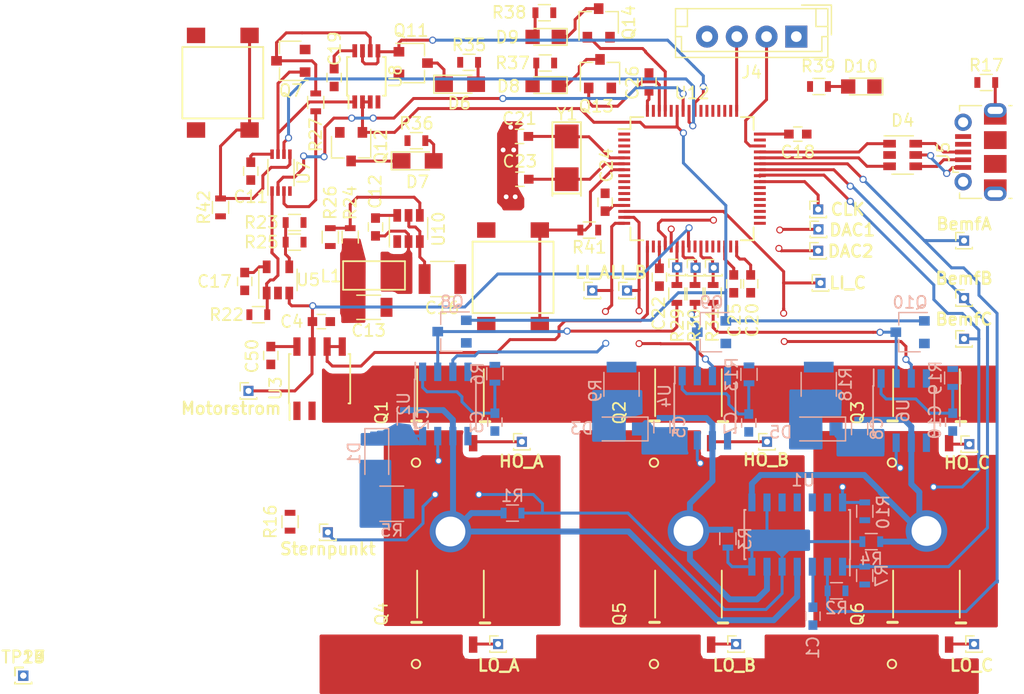
<source format=kicad_pcb>
(kicad_pcb (version 4) (host pcbnew 4.0.7)
  (layers (0 F.Cu signal) (1 Power power) (2 GND power) (31 B.Cu signal) (34 B.Paste user hide) (35 F.Paste user) (36 B.SilkS user hide) (37 F.SilkS user) (38 B.Mask user hide) (39 F.Mask user) (44 Edge.Cuts user))
  (net 0 "")
  (net 1 GNDREF)
  (net 2 "Net-(C2-Pad1)")
  (net 3 "Net-(C3-Pad1)")
  (net 4 /Curr_direct_A)
  (net 5 "Net-(C5-Pad1)")
  (net 6 "Net-(C7-Pad1)")
  (net 7 "Net-(C8-Pad1)")
  (net 8 /C)
  (net 9 "Net-(C10-Pad1)")
  (net 10 +3V3)
  (net 11 "Net-(C12-Pad2)")
  (net 12 /DCDC_sw)
  (net 13 "Net-(C21-Pad2)")
  (net 14 "Net-(C23-Pad2)")
  (net 15 "Net-(C25-Pad2)")
  (net 16 "Net-(D1-Pad2)")
  (net 17 "Net-(D3-Pad2)")
  (net 18 /D-)
  (net 19 /D+)
  (net 20 "Net-(D5-Pad2)")
  (net 21 "Net-(D6-Pad1)")
  (net 22 "Net-(D6-Pad2)")
  (net 23 "Net-(D7-Pad1)")
  (net 24 "Net-(D7-Pad2)")
  (net 25 "Net-(D8-Pad2)")
  (net 26 "Net-(D8-Pad1)")
  (net 27 "Net-(D9-Pad2)")
  (net 28 "Net-(D9-Pad1)")
  (net 29 "Net-(D10-Pad2)")
  (net 30 /SWDIO)
  (net 31 /SWCLK)
  (net 32 "Net-(J5-Pad6)")
  (net 33 /HO_A)
  (net 34 /A)
  (net 35 /HO_B)
  (net 36 /B)
  (net 37 /HO_C)
  (net 38 /LO_A)
  (net 39 /LO_B)
  (net 40 /LO_C)
  (net 41 /Stop)
  (net 42 "Net-(Q7-Pad3)")
  (net 43 /Over_curr)
  (net 44 /HI_A_F)
  (net 45 /HI_B_F)
  (net 46 /HI_C_F)
  (net 47 /freigegeben)
  (net 48 /Hochlauf)
  (net 49 /elekKomm)
  (net 50 /Sternpunkt_virtuell)
  (net 51 /Bemf_A)
  (net 52 /Bemf_B)
  (net 53 /Bemf_C)
  (net 54 "Net-(R23-Pad2)")
  (net 55 "Net-(R24-Pad2)")
  (net 56 "Net-(R27-Pad2)")
  (net 57 /HI_A)
  (net 58 /HI_B)
  (net 59 /HI_C)
  (net 60 /NRST)
  (net 61 /Freigabe_button)
  (net 62 /DAC1)
  (net 63 /DAC2)
  (net 64 /SYSCLK_OUT)
  (net 65 /LI_A)
  (net 66 /LI_B)
  (net 67 /LI_C)
  (net 68 /Freigabe_MCU)
  (net 69 /Meas_out)
  (net 70 /StopMCU)
  (net 71 "Net-(D4-Pad4)")
  (net 72 "Net-(D4-Pad6)")
  (net 73 "Net-(D4-Pad5)")
  (net 74 /VCC)
  (net 75 /Stop_Hardware)
  (net 76 /BW_SEL)
  (module Housings_SOIC:SOIC-8_3.9x4.9mm_Pitch1.27mm (layer B.Cu) (at 220.5643 53.2233 270)
    (fp_text reference U2 (at 0 3.5 270) (layer B.SilkS) (effects (justify mirror)))
    (fp_text value UCC27710)
    (pad 1 smd rect (at -2.7 1.905 270) (size 1.55 0.6) (layers B.Cu B.Paste B.Mask) (net 3 "Net-(C3-Pad1)"))
    (pad 2 smd rect (at -2.7 0.635 270) (size 1.55 0.6) (layers B.Cu B.Paste B.Mask) (net 44 /HI_A_F))
    (pad 3 smd rect (at -2.7 -0.635 270) (size 1.55 0.6) (layers B.Cu B.Paste B.Mask) (net 65 /LI_A))
    (pad 4 smd rect (at -2.7 -1.905 270) (size 1.55 0.6) (layers B.Cu B.Paste B.Mask) (net 1 GNDREF))
    (pad 5 smd rect (at 2.7 -1.905 270) (size 1.55 0.6) (layers B.Cu B.Paste B.Mask) (net 38 /LO_A))
    (pad 6 smd rect (at 2.7 -0.635 270) (size 1.55 0.6) (layers B.Cu B.Paste B.Mask) (net 34 /A))
    (pad 7 smd rect (at 2.7 0.635 270) (size 1.55 0.6) (layers B.Cu B.Paste B.Mask) (net 33 /HO_A))
    (pad 8 smd rect (at 2.7 1.905 270) (size 1.55 0.6) (layers B.Cu B.Paste B.Mask) (net 2 "Net-(C2-Pad1)"))
  )
  (module Capacitors_SMD:C_0603 (layer B.Cu) (at 251.4597 71.0563 270)
    (fp_text reference C1 (at 2.6416 0 270) (layer B.SilkS) (effects (justify mirror)))
    (fp_text value 100n)
    (pad 2 smd rect (at 0.75 0 270) (size 0.8 0.75) (layers B.Cu B.Paste B.Mask) (net 1 GNDREF))
    (pad 1 smd rect (at -0.75 0 270) (size 0.8 0.75) (layers B.Cu B.Paste B.Mask))
  )
  (module Resistors_SMD:R_0603 (layer B.Cu) (at 217.2115 54.4933 90)
    (fp_text reference C2 (at 0 1.45 90) (layer B.SilkS) (effects (justify mirror)))
    (fp_text value 6µ)
    (pad 1 smd rect (at -0.75 0 90) (size 0.5 0.9) (layers B.Cu B.Paste B.Mask) (net 2 "Net-(C2-Pad1)"))
    (pad 2 smd rect (at 0.75 0 90) (size 0.5 0.9) (layers B.Cu B.Paste B.Mask) (net 34 /A))
  )
  (module Capacitors_SMD:C_0603 (layer B.Cu) (at 224.7299 54.7473 270)
    (fp_text reference C3 (at 0 1.5 270) (layer B.SilkS) (effects (justify mirror)))
    (fp_text value 47µ)
    (pad 2 smd rect (at 0.75 0 270) (size 0.8 0.75) (layers B.Cu B.Paste B.Mask) (net 1 GNDREF))
    (pad 1 smd rect (at -0.75 0 270) (size 0.8 0.75) (layers B.Cu B.Paste B.Mask) (net 3 "Net-(C3-Pad1)"))
  )
  (module Capacitors_SMD:C_0603 (layer F.Cu) (at 210.15 46.3)
    (fp_text reference C4 (at -2.4892 0) (layer F.SilkS))
    (fp_text value 10n)
    (pad 2 smd rect (at 0.75 0) (size 0.8 0.75) (layers F.Cu F.Paste F.Mask) (net 1 GNDREF))
    (pad 1 smd rect (at -0.75 0) (size 0.8 0.75) (layers F.Cu F.Paste F.Mask) (net 4 /Curr_direct_A))
  )
  (module Resistors_SMD:R_0603 (layer B.Cu) (at 238.7715 55.1529 90)
    (fp_text reference C5 (at 0 1.45 90) (layer B.SilkS) (effects (justify mirror)))
    (fp_text value 6µ)
    (pad 1 smd rect (at -0.75 0 90) (size 0.5 0.9) (layers B.Cu B.Paste B.Mask) (net 5 "Net-(C5-Pad1)"))
    (pad 2 smd rect (at 0.75 0 90) (size 0.5 0.9) (layers B.Cu B.Paste B.Mask) (net 36 /B))
  )
  (module Capacitors_SMD:C_0603 (layer B.Cu) (at 246.06638 54.81762 270)
    (fp_text reference C7 (at 0 1.5 270) (layer B.SilkS) (effects (justify mirror)))
    (fp_text value 47µ)
    (pad 2 smd rect (at 0.75 0 270) (size 0.8 0.75) (layers B.Cu B.Paste B.Mask) (net 1 GNDREF))
    (pad 1 smd rect (at -0.75 0 270) (size 0.8 0.75) (layers B.Cu B.Paste B.Mask) (net 6 "Net-(C7-Pad1)"))
  )
  (module Resistors_SMD:R_0603 (layer B.Cu) (at 255.3831 55.3053 90)
    (fp_text reference C8 (at 0 1.45 90) (layer B.SilkS) (effects (justify mirror)))
    (fp_text value 6µ)
    (pad 1 smd rect (at -0.75 0 90) (size 0.5 0.9) (layers B.Cu B.Paste B.Mask) (net 7 "Net-(C8-Pad1)"))
    (pad 2 smd rect (at 0.75 0 90) (size 0.5 0.9) (layers B.Cu B.Paste B.Mask) (net 8 /C))
  )
  (module Capacitors_SMD:C_0603 (layer B.Cu) (at 263.2063 54.7465 270)
    (fp_text reference C10 (at 0 1.5 270) (layer B.SilkS) (effects (justify mirror)))
    (fp_text value 47µ)
    (pad 2 smd rect (at 0.75 0 270) (size 0.8 0.75) (layers B.Cu B.Paste B.Mask) (net 1 GNDREF))
    (pad 1 smd rect (at -0.75 0 270) (size 0.8 0.75) (layers B.Cu B.Paste B.Mask) (net 9 "Net-(C10-Pad1)"))
  )
  (module Capacitors_SMD:C_0603 (layer F.Cu) (at 204.216 33.655 270)
    (fp_text reference C11 (at 2.159 0 360) (layer F.SilkS))
    (fp_text value 100n)
    (pad 2 smd rect (at 0.75 0 270) (size 0.8 0.75) (layers F.Cu F.Paste F.Mask) (net 1 GNDREF))
    (pad 1 smd rect (at -0.75 0 270) (size 0.8 0.75) (layers F.Cu F.Paste F.Mask) (net 10 +3V3))
  )
  (module Capacitors_SMD:C_0603 (layer F.Cu) (at 214.7 38.35 90)
    (fp_text reference C12 (at 2.975 -0.025 90) (layer F.SilkS))
    (fp_text value 100n)
    (pad 2 smd rect (at 0.75 0 90) (size 0.8 0.75) (layers F.Cu F.Paste F.Mask) (net 11 "Net-(C12-Pad2)"))
    (pad 1 smd rect (at -0.75 0 90) (size 0.8 0.75) (layers F.Cu F.Paste F.Mask) (net 12 /DCDC_sw))
  )
  (module Capacitors_SMD:C_1206 (layer F.Cu) (at 214.125 45.1)
    (fp_text reference C13 (at 0 1.95) (layer F.SilkS))
    (fp_text value 47µ)
    (pad 1 smd rect (at -1.5 0) (size 1 1.6) (layers F.Cu F.Paste F.Mask) (net 10 +3V3))
    (pad 2 smd rect (at 1.5 0) (size 1 1.6) (layers F.Cu F.Paste F.Mask) (net 1 GNDREF))
  )
  (module Capacitors_SMD:C_0603 (layer F.Cu) (at 203.708 42.926 270)
    (fp_text reference C17 (at 0 2.54 360) (layer F.SilkS))
    (fp_text value 100n)
    (pad 2 smd rect (at 0.75 0 270) (size 0.8 0.75) (layers F.Cu F.Paste F.Mask) (net 1 GNDREF))
    (pad 1 smd rect (at -0.75 0 270) (size 0.8 0.75) (layers F.Cu F.Paste F.Mask) (net 10 +3V3))
  )
  (module Capacitors_SMD:C_0603 (layer F.Cu) (at 250.19 30.5435 180)
    (fp_text reference C18 (at 0 -1.5 180) (layer F.SilkS))
    (fp_text value 1µ)
    (pad 2 smd rect (at 0.75 0 180) (size 0.8 0.75) (layers F.Cu F.Paste F.Mask) (net 10 +3V3))
    (pad 1 smd rect (at -0.75 0 180) (size 0.8 0.75) (layers F.Cu F.Paste F.Mask) (net 1 GNDREF))
  )
  (module Capacitors_SMD:C_0603 (layer F.Cu) (at 211.22304 25.79296 270)
    (fp_text reference C19 (at -2.42496 -0.04146 270) (layer F.SilkS))
    (fp_text value 100n)
    (pad 2 smd rect (at 0.75 0 270) (size 0.8 0.75) (layers F.Cu F.Paste F.Mask) (net 1 GNDREF))
    (pad 1 smd rect (at -0.75 0 270) (size 0.8 0.75) (layers F.Cu F.Paste F.Mask) (net 10 +3V3))
  )
  (module Capacitors_SMD:C_0603 (layer F.Cu) (at 246.2276 43.1292 90)
    (fp_text reference C20 (at -3.048 0.127 90) (layer F.SilkS))
    (fp_text value 1µ)
    (pad 2 smd rect (at 0.75 0 90) (size 0.8 0.75) (layers F.Cu F.Paste F.Mask) (net 10 +3V3))
    (pad 1 smd rect (at -0.75 0 90) (size 0.8 0.75) (layers F.Cu F.Paste F.Mask) (net 1 GNDREF))
  )
  (module Capacitors_SMD:C_0603 (layer F.Cu) (at 226.80168 30.73908)
    (fp_text reference C21 (at 0 -1.5) (layer F.SilkS))
    (fp_text value 20p)
    (pad 2 smd rect (at 0.75 0) (size 0.8 0.75) (layers F.Cu F.Paste F.Mask) (net 13 "Net-(C21-Pad2)"))
    (pad 1 smd rect (at -0.75 0) (size 0.8 0.75) (layers F.Cu F.Paste F.Mask) (net 1 GNDREF))
  )
  (module Capacitors_SMD:C_0603 (layer F.Cu) (at 238.5568 42.5704 90)
    (fp_text reference C22 (at -3.048 -0.0508 90) (layer F.SilkS))
    (fp_text value 1µ)
    (pad 2 smd rect (at 0.75 0 90) (size 0.8 0.75) (layers F.Cu F.Paste F.Mask) (net 10 +3V3))
    (pad 1 smd rect (at -0.75 0 90) (size 0.8 0.75) (layers F.Cu F.Paste F.Mask) (net 1 GNDREF))
  )
  (module Capacitors_SMD:C_0603 (layer F.Cu) (at 226.83216 34.33572)
    (fp_text reference C23 (at 0 -1.5) (layer F.SilkS))
    (fp_text value 20p)
    (pad 2 smd rect (at 0.75 0) (size 0.8 0.75) (layers F.Cu F.Paste F.Mask) (net 14 "Net-(C23-Pad2)"))
    (pad 1 smd rect (at -0.75 0) (size 0.8 0.75) (layers F.Cu F.Paste F.Mask) (net 1 GNDREF))
  )
  (module Capacitors_SMD:C_0603 (layer F.Cu) (at 233.99496 36.26866 270)
    (fp_text reference C24 (at -3.1115 -0.127 270) (layer F.SilkS))
    (fp_text value 1µ)
    (pad 2 smd rect (at 0.75 0 270) (size 0.8 0.75) (layers F.Cu F.Paste F.Mask) (net 10 +3V3))
    (pad 1 smd rect (at -0.75 0 270) (size 0.8 0.75) (layers F.Cu F.Paste F.Mask) (net 1 GNDREF))
  )
  (module Capacitors_SMD:C_0603 (layer F.Cu) (at 244.8052 43.1292 90)
    (fp_text reference C25 (at -3.048 0.0635 90) (layer F.SilkS))
    (fp_text value 4,7µ)
    (pad 2 smd rect (at 0.75 0 90) (size 0.8 0.75) (layers F.Cu F.Paste F.Mask) (net 15 "Net-(C25-Pad2)"))
    (pad 1 smd rect (at -0.75 0 90) (size 0.8 0.75) (layers F.Cu F.Paste F.Mask) (net 1 GNDREF))
  )
  (module Capacitors_SMD:C_0603 (layer F.Cu) (at 237.6805 26.162 270)
    (fp_text reference C26 (at 0.0635 1.397 270) (layer F.SilkS))
    (fp_text value 1µ)
    (pad 2 smd rect (at 0.75 0 270) (size 0.8 0.75) (layers F.Cu F.Paste F.Mask) (net 10 +3V3))
    (pad 1 smd rect (at -0.75 0 270) (size 0.8 0.75) (layers F.Cu F.Paste F.Mask) (net 1 GNDREF))
  )
  (module TO_SOT_Packages_SMD:SOT-23-6 (layer F.Cu) (at 259.0005 32.3)
    (fp_text reference D4 (at 0 -2.9) (layer F.SilkS))
    (fp_text value USBLC6-2SC6Y)
    (pad 1 smd rect (at -1.1 -0.95) (size 1.06 0.65) (layers F.Cu F.Paste F.Mask) (net 19 /D+))
    (pad 2 smd rect (at -1.1 0) (size 1.06 0.65) (layers F.Cu F.Paste F.Mask) (net 1 GNDREF))
    (pad 3 smd rect (at -1.1 0.95) (size 1.06 0.65) (layers F.Cu F.Paste F.Mask) (net 18 /D-))
    (pad 4 smd rect (at 1.1 0.95) (size 1.06 0.65) (layers F.Cu F.Paste F.Mask) (net 71 "Net-(D4-Pad4)"))
    (pad 6 smd rect (at 1.1 -0.95) (size 1.06 0.65) (layers F.Cu F.Paste F.Mask) (net 72 "Net-(D4-Pad6)"))
    (pad 5 smd rect (at 1.1 0) (size 1.06 0.65) (layers F.Cu F.Paste F.Mask) (net 73 "Net-(D4-Pad5)"))
  )
  (module LEDs:LED_0805_HandSoldering (layer F.Cu) (at 221.8055 26.3525)
    (fp_text reference D6 (at -0.0635 1.5875) (layer F.SilkS))
    (fp_text value LED_ALT)
    (pad 1 smd rect (at -1.35 0) (size 1.5 1.3) (layers F.Cu F.Paste F.Mask) (net 21 "Net-(D6-Pad1)"))
    (pad 2 smd rect (at 1.35 0) (size 1.5 1.3) (layers F.Cu F.Paste F.Mask) (net 22 "Net-(D6-Pad2)"))
  )
  (module LEDs:LED_0805_HandSoldering (layer F.Cu) (at 218.2368 32.7932)
    (fp_text reference D7 (at -0.01 1.77) (layer F.SilkS))
    (fp_text value LED_ALT)
    (pad 1 smd rect (at -1.35 0) (size 1.5 1.3) (layers F.Cu F.Paste F.Mask) (net 23 "Net-(D7-Pad1)"))
    (pad 2 smd rect (at 1.35 0) (size 1.5 1.3) (layers F.Cu F.Paste F.Mask) (net 24 "Net-(D7-Pad2)"))
  )
  (module LEDs:LED_0805 (layer F.Cu) (at 229 22.375 180)
    (fp_text reference D9 (at 3.22838 -0.03298 180) (layer F.SilkS))
    (fp_text value LED_ALT)
    (pad 2 smd rect (at 1.1 0) (size 1.2 1.2) (layers F.Cu F.Paste F.Mask) (net 27 "Net-(D9-Pad2)"))
    (pad 1 smd rect (at -1.1 0) (size 1.2 1.2) (layers F.Cu F.Paste F.Mask) (net 28 "Net-(D9-Pad1)"))
  )
  (module LEDs:LED_0805 (layer F.Cu) (at 229 26.425 180)
    (fp_text reference D8 (at 3.125 -0.1 180) (layer F.SilkS))
    (fp_text value LED_ALT)
    (pad 2 smd rect (at 1.1 0) (size 1.2 1.2) (layers F.Cu F.Paste F.Mask) (net 25 "Net-(D8-Pad2)"))
    (pad 1 smd rect (at -1.1 0) (size 1.2 1.2) (layers F.Cu F.Paste F.Mask) (net 26 "Net-(D8-Pad1)"))
  )
  (module LEDs:LED_0805 (layer F.Cu) (at 255.524 26.543 180)
    (fp_text reference D10 (at 0.062 1.698 180) (layer F.SilkS))
    (fp_text value LED_ALT)
    (pad 2 smd rect (at 1.1 0) (size 1.2 1.2) (layers F.Cu F.Paste F.Mask) (net 29 "Net-(D10-Pad2)"))
    (pad 1 smd rect (at -1.1 0) (size 1.2 1.2) (layers F.Cu F.Paste F.Mask) (net 1 GNDREF))
  )
  (module Connectors_JST:JST_EH_B04B-EH-A_04x2.50mm_Straight (layer F.Cu) (at 250.063 22.352 180)
    (fp_text reference J4 (at 3.75 -3 180) (layer F.SilkS))
    (fp_text value Conn_01x04)
    (pad 1 thru_hole rect (at 0 0 180) (size 1.85 1.85) (drill 0.9) (layers *.Cu *.Mask) (net 10 +3V3))
    (pad 2 thru_hole circle (at 2.5 0 180) (size 1.85 1.85) (drill 0.9) (layers *.Cu *.Mask) (net 30 /SWDIO))
    (pad 3 thru_hole circle (at 5 0 180) (size 1.85 1.85) (drill 0.9) (layers *.Cu *.Mask) (net 31 /SWCLK))
    (pad 4 thru_hole circle (at 7.5 0 180) (size 1.85 1.85) (drill 0.9) (layers *.Cu *.Mask) (net 1 GNDREF))
  )
  (module Connectors_USB:USB_Micro-B_Molex-105017-0001 (layer F.Cu) (at 266.4333 32.0492 90)
    (fp_text reference J5 (at 0 -4 90) (layer F.SilkS))
    (fp_text value USB_OTG)
    (pad 6 smd rect (at 1 0.35 90) (size 1.5 1.9) (layers F.Cu F.Paste F.Mask) (net 32 "Net-(J5-Pad6)"))
    (pad 6 thru_hole circle (at -2.5 -2.35 90) (size 1.45 1.45) (drill 0.85) (layers *.Cu *.Mask) (net 32 "Net-(J5-Pad6)"))
    (pad 2 smd rect (at -0.65 -2.35 90) (size 0.4 1.35) (layers F.Cu F.Paste F.Mask) (net 71 "Net-(D4-Pad4)"))
    (pad 1 smd rect (at -1.3 -2.35 90) (size 0.4 1.35) (layers F.Cu F.Paste F.Mask) (net 73 "Net-(D4-Pad5)"))
    (pad 5 smd rect (at 1.3 -2.35 90) (size 0.4 1.35) (layers F.Cu F.Paste F.Mask) (net 1 GNDREF))
    (pad 4 smd rect (at 0.65 -2.35 90) (size 0.4 1.35) (layers F.Cu F.Paste F.Mask))
    (pad 3 smd rect (at 0 -2.35 90) (size 0.4 1.35) (layers F.Cu F.Paste F.Mask) (net 72 "Net-(D4-Pad6)"))
    (pad 6 thru_hole circle (at 2.5 -2.35 90) (size 1.45 1.45) (drill 0.85) (layers *.Cu *.Mask) (net 32 "Net-(J5-Pad6)"))
    (pad 6 smd rect (at -1 0.35 90) (size 1.5 1.9) (layers F.Cu F.Paste F.Mask) (net 32 "Net-(J5-Pad6)"))
    (pad 6 thru_hole oval (at -3.5 0.35 270) (size 1.2 1.9) (drill oval 0.6 1.3) (layers *.Cu *.Mask) (net 32 "Net-(J5-Pad6)"))
    (pad 6 thru_hole oval (at 3.5 0.35 90) (size 1.2 1.9) (drill oval 0.6 1.3) (layers *.Cu *.Mask) (net 32 "Net-(J5-Pad6)"))
    (pad 6 smd rect (at 2.9 0.35 90) (size 1.2 1.9) (layers F.Cu F.Mask) (net 32 "Net-(J5-Pad6)"))
    (pad 6 smd rect (at -2.9 0.35 90) (size 1.2 1.9) (layers F.Cu F.Mask) (net 32 "Net-(J5-Pad6)"))
  )
  (module kicadBibs:NLCV32T-3R3M-EF (layer F.Cu) (at 214.575 42.425 180)
    (fp_text reference L1 (at 3.625 -0.05 180) (layer F.SilkS))
    (fp_text value 3,3µ)
    (pad 1 smd rect (at -1.7 0 180) (size 1.4 2) (layers F.Cu F.Paste F.Mask) (net 12 /DCDC_sw))
    (pad 2 smd rect (at 1.7 0 180) (size 1.4 2) (layers F.Cu F.Paste F.Mask) (net 10 +3V3))
  )
  (module TO_SOT_Packages_SMD:SC-59 (layer F.Cu) (at 207.5815 24.384 180)
    (fp_text reference Q7 (at 0 -2.5 180) (layer F.SilkS))
    (fp_text value BSR202NL6327HTSA1)
    (pad 1 smd rect (at -1.2 -0.95 180) (size 0.9 0.8) (layers F.Cu F.Paste F.Mask) (net 41 /Stop))
    (pad 2 smd rect (at -1.2 0.95 180) (size 0.9 0.8) (layers F.Cu F.Paste F.Mask) (net 1 GNDREF))
    (pad 3 smd rect (at 1.2 0 180) (size 0.9 0.8) (layers F.Cu F.Paste F.Mask) (net 42 "Net-(Q7-Pad3)"))
  )
  (module TO_SOT_Packages_SMD:SC-59 (layer B.Cu) (at 221.13 47.14 180)
    (fp_text reference Q8 (at 0 2.5 180) (layer B.SilkS) (effects (justify mirror)))
    (fp_text value BSR202NL6327HTSA1)
    (pad 1 smd rect (at -1.2 0.95 180) (size 0.9 0.8) (layers B.Cu B.Paste B.Mask) (net 43 /Over_curr))
    (pad 2 smd rect (at -1.2 -0.95 180) (size 0.9 0.8) (layers B.Cu B.Paste B.Mask) (net 1 GNDREF))
    (pad 3 smd rect (at 1.2 0 180) (size 0.9 0.8) (layers B.Cu B.Paste B.Mask) (net 44 /HI_A_F))
  )
  (module TO_SOT_Packages_SMD:SC-59 (layer B.Cu) (at 242.94 47.19 180)
    (fp_text reference Q9 (at 0 2.5 180) (layer B.SilkS) (effects (justify mirror)))
    (fp_text value BSR202NL6327HTSA1)
    (pad 1 smd rect (at -1.2 0.95 180) (size 0.9 0.8) (layers B.Cu B.Paste B.Mask) (net 43 /Over_curr))
    (pad 2 smd rect (at -1.2 -0.95 180) (size 0.9 0.8) (layers B.Cu B.Paste B.Mask) (net 1 GNDREF))
    (pad 3 smd rect (at 1.2 0 180) (size 0.9 0.8) (layers B.Cu B.Paste B.Mask) (net 45 /HI_B_F))
  )
  (module TO_SOT_Packages_SMD:SC-59 (layer B.Cu) (at 259.6249 47.19 180)
    (fp_text reference Q10 (at 0 2.5 180) (layer B.SilkS) (effects (justify mirror)))
    (fp_text value BSR202NL6327HTSA1)
    (pad 1 smd rect (at -1.2 0.95 180) (size 0.9 0.8) (layers B.Cu B.Paste B.Mask) (net 43 /Over_curr))
    (pad 2 smd rect (at -1.2 -0.95 180) (size 0.9 0.8) (layers B.Cu B.Paste B.Mask) (net 1 GNDREF))
    (pad 3 smd rect (at 1.2 0 180) (size 0.9 0.8) (layers B.Cu B.Paste B.Mask) (net 46 /HI_C_F))
  )
  (module TO_SOT_Packages_SMD:SC-59 (layer F.Cu) (at 217.8685 24.5745)
    (fp_text reference Q11 (at -0.1905 -2.7305) (layer F.SilkS))
    (fp_text value BSR202NL6327HTSA1)
    (pad 1 smd rect (at -1.2 -0.95) (size 0.9 0.8) (layers F.Cu F.Paste F.Mask) (net 47 /freigegeben))
    (pad 2 smd rect (at -1.2 0.95) (size 0.9 0.8) (layers F.Cu F.Paste F.Mask) (net 1 GNDREF))
    (pad 3 smd rect (at 1.2 0) (size 0.9 0.8) (layers F.Cu F.Paste F.Mask) (net 21 "Net-(D6-Pad1)"))
  )
  (module TO_SOT_Packages_SMD:SC-59 (layer F.Cu) (at 212.65 31.6 270)
    (fp_text reference Q12 (at 0 -2.5 270) (layer F.SilkS))
    (fp_text value BSR202NL6327HTSA1)
    (pad 1 smd rect (at -1.2 -0.95 270) (size 0.9 0.8) (layers F.Cu F.Paste F.Mask) (net 43 /Over_curr))
    (pad 2 smd rect (at -1.2 0.95 270) (size 0.9 0.8) (layers F.Cu F.Paste F.Mask) (net 1 GNDREF))
    (pad 3 smd rect (at 1.2 0 270) (size 0.9 0.8) (layers F.Cu F.Paste F.Mask) (net 23 "Net-(D7-Pad1)"))
  )
  (module TO_SOT_Packages_SMD:SC-59 (layer F.Cu) (at 233.56678 25.46722 90)
    (fp_text reference Q13 (at -2.73694 -0.3135 180) (layer F.SilkS))
    (fp_text value BSR202NL6327HTSA1)
    (pad 1 smd rect (at -1.2 -0.95 90) (size 0.9 0.8) (layers F.Cu F.Paste F.Mask) (net 48 /Hochlauf))
    (pad 2 smd rect (at -1.2 0.95 90) (size 0.9 0.8) (layers F.Cu F.Paste F.Mask) (net 1 GNDREF))
    (pad 3 smd rect (at 1.2 0 90) (size 0.9 0.8) (layers F.Cu F.Paste F.Mask) (net 26 "Net-(D8-Pad1)"))
  )
  (module TO_SOT_Packages_SMD:SC-59 (layer F.Cu) (at 233.45502 21.1995 90)
    (fp_text reference Q14 (at 0.03114 2.53638 90) (layer F.SilkS))
    (fp_text value BSR202NL6327HTSA1)
    (pad 1 smd rect (at -1.2 -0.95 90) (size 0.9 0.8) (layers F.Cu F.Paste F.Mask) (net 49 /elekKomm))
    (pad 2 smd rect (at -1.2 0.95 90) (size 0.9 0.8) (layers F.Cu F.Paste F.Mask) (net 1 GNDREF))
    (pad 3 smd rect (at 1.2 0 90) (size 0.9 0.8) (layers F.Cu F.Paste F.Mask) (net 28 "Net-(D9-Pad1)"))
  )
  (module Resistors_SMD:R_0603 (layer B.Cu) (at 226.2135 62.3925 180)
    (fp_text reference R1 (at 0 1.45 180) (layer B.SilkS) (effects (justify mirror)))
    (fp_text value 10k)
    (pad 1 smd rect (at -0.75 0 180) (size 0.5 0.9) (layers B.Cu B.Paste B.Mask) (net 50 /Sternpunkt_virtuell))
    (pad 2 smd rect (at 0.75 0 180) (size 0.5 0.9) (layers B.Cu B.Paste B.Mask) (net 34 /A))
  )
  (module Resistors_SMD:R_0603 (layer B.Cu) (at 253.4409 68.9227)
    (fp_text reference R2 (at 0 1.45) (layer B.SilkS) (effects (justify mirror)))
    (fp_text value 10k)
    (pad 1 smd rect (at -0.75 0) (size 0.5 0.9) (layers B.Cu B.Paste B.Mask) (net 51 /Bemf_A))
    (pad 2 smd rect (at 0.75 0) (size 0.5 0.9) (layers B.Cu B.Paste B.Mask) (net 10 +3V3))
  )
  (module Resistors_SMD:R_0603 (layer B.Cu) (at 244.3135 64.5425 90)
    (fp_text reference R3 (at 0 1.45 90) (layer B.SilkS) (effects (justify mirror)))
    (fp_text value 10k)
    (pad 1 smd rect (at -0.75 0 90) (size 0.5 0.9) (layers B.Cu B.Paste B.Mask) (net 50 /Sternpunkt_virtuell))
    (pad 2 smd rect (at 0.75 0 90) (size 0.5 0.9) (layers B.Cu B.Paste B.Mask) (net 36 /B))
  )
  (module Resistors_SMD:R_0603 (layer B.Cu) (at 256.3635 64.7925)
    (fp_text reference R4 (at 0 1.45) (layer B.SilkS) (effects (justify mirror)))
    (fp_text value 10k)
    (pad 1 smd rect (at -0.75 0) (size 0.5 0.9) (layers B.Cu B.Paste B.Mask) (net 50 /Sternpunkt_virtuell))
    (pad 2 smd rect (at 0.75 0) (size 0.5 0.9) (layers B.Cu B.Paste B.Mask) (net 8 /C))
  )
  (module Resistors_SMD:R_0603 (layer B.Cu) (at 224.7299 50.6833 270)
    (fp_text reference R6 (at 0 1.45 270) (layer B.SilkS) (effects (justify mirror)))
    (fp_text value 1k)
    (pad 1 smd rect (at -0.75 0 270) (size 0.5 0.9) (layers B.Cu B.Paste B.Mask) (net 74 /VCC))
    (pad 2 smd rect (at 0.75 0 270) (size 0.5 0.9) (layers B.Cu B.Paste B.Mask) (net 3 "Net-(C3-Pad1)"))
  )
  (module Resistors_SMD:R_0603 (layer B.Cu) (at 255.81158 67.64322 270)
    (fp_text reference R7 (at 0 -1.4224 270) (layer B.SilkS) (effects (justify mirror)))
    (fp_text value 10k)
    (pad 1 smd rect (at -0.75 0 270) (size 0.5 0.9) (layers B.Cu B.Paste B.Mask) (net 52 /Bemf_B))
    (pad 2 smd rect (at 0.75 0 270) (size 0.5 0.9) (layers B.Cu B.Paste B.Mask) (net 10 +3V3))
  )
  (module Resistors_SMD:R_0603 (layer B.Cu) (at 255.81666 62.24318 270)
    (fp_text reference R10 (at 0.06096 -1.54432 270) (layer B.SilkS) (effects (justify mirror)))
    (fp_text value 10k)
    (pad 1 smd rect (at -0.75 0 270) (size 0.5 0.9) (layers B.Cu B.Paste B.Mask) (net 53 /Bemf_C))
    (pad 2 smd rect (at 0.75 0 270) (size 0.5 0.9) (layers B.Cu B.Paste B.Mask) (net 10 +3V3))
  )
  (module Resistors_SMD:R_0603 (layer B.Cu) (at 246.0867 50.7333 270)
    (fp_text reference R13 (at 0 1.45 270) (layer B.SilkS) (effects (justify mirror)))
    (fp_text value 1k)
    (pad 1 smd rect (at -0.75 0 270) (size 0.5 0.9) (layers B.Cu B.Paste B.Mask) (net 74 /VCC))
    (pad 2 smd rect (at 0.75 0 270) (size 0.5 0.9) (layers B.Cu B.Paste B.Mask) (net 6 "Net-(C7-Pad1)"))
  )
  (module Resistors_SMD:R_0603 (layer F.Cu) (at 207.518 63.119 270)
    (fp_text reference R16 (at 0 1.651 270) (layer F.SilkS))
    (fp_text value R)
    (pad 1 smd rect (at -0.75 0 270) (size 0.5 0.9) (layers F.Cu F.Paste F.Mask) (net 74 /VCC))
    (pad 2 smd rect (at 0.75 0 270) (size 0.5 0.9) (layers F.Cu F.Paste F.Mask) (net 1 GNDREF))
  )
  (module Resistors_SMD:R_0603 (layer F.Cu) (at 266.0269 26.2072)
    (fp_text reference R17 (at 0 -1.45) (layer F.SilkS))
    (fp_text value 3)
    (pad 1 smd rect (at -0.75 0) (size 0.5 0.9) (layers F.Cu F.Paste F.Mask) (net 1 GNDREF))
    (pad 2 smd rect (at 0.75 0) (size 0.5 0.9) (layers F.Cu F.Paste F.Mask) (net 32 "Net-(J5-Pad6)"))
  )
  (module Resistors_SMD:R_0603 (layer B.Cu) (at 263.2063 51.0381 270)
    (fp_text reference R19 (at 0 1.45 270) (layer B.SilkS) (effects (justify mirror)))
    (fp_text value 1k)
    (pad 1 smd rect (at -0.75 0 270) (size 0.5 0.9) (layers B.Cu B.Paste B.Mask) (net 74 /VCC))
    (pad 2 smd rect (at 0.75 0 270) (size 0.5 0.9) (layers B.Cu B.Paste B.Mask) (net 9 "Net-(C10-Pad1)"))
  )
  (module Resistors_SMD:R_0603 (layer F.Cu) (at 204.851 45.72)
    (fp_text reference R22 (at -2.667 0 180) (layer F.SilkS))
    (fp_text value 10k)
    (pad 1 smd rect (at -0.75 0) (size 0.5 0.9) (layers F.Cu F.Paste F.Mask) (net 10 +3V3))
    (pad 2 smd rect (at 0.75 0) (size 0.5 0.9) (layers F.Cu F.Paste F.Mask) (net 75 /Stop_Hardware))
  )
  (module Resistors_SMD:R_0603 (layer F.Cu) (at 207.899 37.973 180)
    (fp_text reference R23 (at 2.794 0 180) (layer F.SilkS))
    (fp_text value R)
    (pad 1 smd rect (at -0.75 0 180) (size 0.5 0.9) (layers F.Cu F.Paste F.Mask) (net 10 +3V3))
    (pad 2 smd rect (at 0.75 0 180) (size 0.5 0.9) (layers F.Cu F.Paste F.Mask) (net 54 "Net-(R23-Pad2)"))
  )
  (module Resistors_SMD:R_0603 (layer F.Cu) (at 212.575 39.2 90)
    (fp_text reference R24 (at 2.875 0 90) (layer F.SilkS))
    (fp_text value 33,2k)
    (pad 1 smd rect (at -0.75 0 90) (size 0.5 0.9) (layers F.Cu F.Paste F.Mask) (net 10 +3V3))
    (pad 2 smd rect (at 0.75 0 90) (size 0.5 0.9) (layers F.Cu F.Paste F.Mask) (net 55 "Net-(R24-Pad2)"))
  )
  (module Resistors_SMD:R_0603 (layer F.Cu) (at 207.899 39.624)
    (fp_text reference R25 (at -2.794 0) (layer F.SilkS))
    (fp_text value R)
    (pad 1 smd rect (at -0.75 0) (size 0.5 0.9) (layers F.Cu F.Paste F.Mask) (net 54 "Net-(R23-Pad2)"))
    (pad 2 smd rect (at 0.75 0) (size 0.5 0.9) (layers F.Cu F.Paste F.Mask) (net 1 GNDREF))
  )
  (module Resistors_SMD:R_0603 (layer F.Cu) (at 210.9 39.2 270)
    (fp_text reference R26 (at -2.9 0 270) (layer F.SilkS))
    (fp_text value 10k)
    (pad 1 smd rect (at -0.75 0 270) (size 0.5 0.9) (layers F.Cu F.Paste F.Mask) (net 55 "Net-(R24-Pad2)"))
    (pad 2 smd rect (at 0.75 0 270) (size 0.5 0.9) (layers F.Cu F.Paste F.Mask) (net 1 GNDREF))
  )
  (module Resistors_SMD:R_0603 (layer F.Cu) (at 209.677 27.8765 270)
    (fp_text reference R27 (at 2.7305 0 270) (layer F.SilkS))
    (fp_text value 1k)
    (pad 1 smd rect (at -0.75 0 270) (size 0.5 0.9) (layers F.Cu F.Paste F.Mask) (net 42 "Net-(Q7-Pad3)"))
    (pad 2 smd rect (at 0.75 0 270) (size 0.5 0.9) (layers F.Cu F.Paste F.Mask) (net 56 "Net-(R27-Pad2)"))
  )
  (module Resistors_SMD:R_0603 (layer F.Cu) (at 240.025 43.975 90)
    (fp_text reference R29 (at -2.6416 0.0508 90) (layer F.SilkS))
    (fp_text value 1k)
    (pad 1 smd rect (at -0.75 0 90) (size 0.5 0.9) (layers F.Cu F.Paste F.Mask) (net 44 /HI_A_F))
    (pad 2 smd rect (at 0.75 0 90) (size 0.5 0.9) (layers F.Cu F.Paste F.Mask) (net 57 /HI_A))
  )
  (module Resistors_SMD:R_0603 (layer F.Cu) (at 241.55 43.975 90)
    (fp_text reference R30 (at -2.6416 -0.0508 90) (layer F.SilkS))
    (fp_text value 1k)
    (pad 1 smd rect (at -0.75 0 90) (size 0.5 0.9) (layers F.Cu F.Paste F.Mask) (net 45 /HI_B_F))
    (pad 2 smd rect (at 0.75 0 90) (size 0.5 0.9) (layers F.Cu F.Paste F.Mask) (net 58 /HI_B))
  )
  (module Resistors_SMD:R_0603 (layer F.Cu) (at 243.075 43.975 90)
    (fp_text reference R31 (at -2.6416 -0.0508 90) (layer F.SilkS))
    (fp_text value 1k)
    (pad 1 smd rect (at -0.75 0 90) (size 0.5 0.9) (layers F.Cu F.Paste F.Mask) (net 46 /HI_C_F))
    (pad 2 smd rect (at 0.75 0 90) (size 0.5 0.9) (layers F.Cu F.Paste F.Mask) (net 59 /HI_C))
  )
  (module Resistors_SMD:R_0603 (layer F.Cu) (at 222.5675 24.511)
    (fp_text reference R35 (at 0 -1.4605) (layer F.SilkS))
    (fp_text value R)
    (pad 1 smd rect (at -0.75 0) (size 0.5 0.9) (layers F.Cu F.Paste F.Mask) (net 10 +3V3))
    (pad 2 smd rect (at 0.75 0) (size 0.5 0.9) (layers F.Cu F.Paste F.Mask) (net 22 "Net-(D6-Pad2)"))
  )
  (module Resistors_SMD:R_0603 (layer F.Cu) (at 218.1368 31.0932)
    (fp_text reference R36 (at 0 -1.45) (layer F.SilkS))
    (fp_text value R)
    (pad 1 smd rect (at -0.75 0) (size 0.5 0.9) (layers F.Cu F.Paste F.Mask) (net 10 +3V3))
    (pad 2 smd rect (at 0.75 0) (size 0.5 0.9) (layers F.Cu F.Paste F.Mask) (net 24 "Net-(D7-Pad2)"))
  )
  (module Resistors_SMD:R_0603 (layer F.Cu) (at 228.96068 24.56942 180)
    (fp_text reference R37 (at 2.74574 0.00254 180) (layer F.SilkS))
    (fp_text value R)
    (pad 1 smd rect (at -0.75 0 180) (size 0.5 0.9) (layers F.Cu F.Paste F.Mask) (net 10 +3V3))
    (pad 2 smd rect (at 0.75 0 180) (size 0.5 0.9) (layers F.Cu F.Paste F.Mask) (net 25 "Net-(D8-Pad2)"))
  )
  (module Resistors_SMD:R_0603 (layer F.Cu) (at 228.88956 20.34286 180)
    (fp_text reference R38 (at 2.95656 0.02286 180) (layer F.SilkS))
    (fp_text value R)
    (pad 1 smd rect (at -0.75 0 180) (size 0.5 0.9) (layers F.Cu F.Paste F.Mask) (net 10 +3V3))
    (pad 2 smd rect (at 0.75 0 180) (size 0.5 0.9) (layers F.Cu F.Paste F.Mask) (net 27 "Net-(D9-Pad2)"))
  )
  (module Resistors_SMD:R_0603 (layer F.Cu) (at 251.968 26.543)
    (fp_text reference R39 (at -0.0635 -1.7145) (layer F.SilkS))
    (fp_text value R)
    (pad 1 smd rect (at -0.75 0) (size 0.5 0.9) (layers F.Cu F.Paste F.Mask) (net 10 +3V3))
    (pad 2 smd rect (at 0.75 0) (size 0.5 0.9) (layers F.Cu F.Paste F.Mask) (net 29 "Net-(D10-Pad2)"))
  )
  (module Resistors_SMD:R_0603 (layer F.Cu) (at 232.664 38.608 180)
    (fp_text reference R41 (at 0 -1.45 180) (layer F.SilkS))
    (fp_text value 1k)
    (pad 1 smd rect (at -0.75 0 180) (size 0.5 0.9) (layers F.Cu F.Paste F.Mask) (net 10 +3V3))
    (pad 2 smd rect (at 0.75 0 180) (size 0.5 0.9) (layers F.Cu F.Paste F.Mask) (net 60 /NRST))
  )
  (module Resistors_SMD:R_0603 (layer F.Cu) (at 201.676 36.703 270)
    (fp_text reference R42 (at 0 1.4 270) (layer F.SilkS))
    (fp_text value 1k)
    (pad 1 smd rect (at -0.75 0 270) (size 0.5 0.9) (layers F.Cu F.Paste F.Mask) (net 61 /Freigabe_button))
    (pad 2 smd rect (at 0.75 0 270) (size 0.5 0.9) (layers F.Cu F.Paste F.Mask) (net 1 GNDREF))
  )
  (module kicadBibs:Switch (layer F.Cu) (at 226.25812 42.58056 90)
    (fp_text reference SW1 hide)
    (fp_text value SW_Push)
    (pad 1 smd rect (at -3.975 2.25 90) (size 1.3 1.54) (layers F.Cu F.Paste F.Mask) (net 60 /NRST))
    (pad 2 smd rect (at -3.975 -2.25 90) (size 1.3 1.54) (layers F.Cu F.Paste F.Mask) (net 1 GNDREF))
    (pad 2 smd rect (at 3.975 -2.25 90) (size 1.3 1.54) (layers F.Cu F.Paste F.Mask) (net 1 GNDREF))
    (pad 1 smd rect (at 3.975 2.25 90) (size 1.3 1.54) (layers F.Cu F.Paste F.Mask) (net 60 /NRST))
  )
  (module kicadBibs:Switch (layer F.Cu) (at 201.8665 26.2255 270)
    (fp_text reference SW2 hide)
    (fp_text value SW_Push)
    (pad 1 smd rect (at -3.975 2.25 270) (size 1.3 1.54) (layers F.Cu F.Paste F.Mask) (net 10 +3V3))
    (pad 2 smd rect (at -3.975 -2.25 270) (size 1.3 1.54) (layers F.Cu F.Paste F.Mask) (net 61 /Freigabe_button))
    (pad 2 smd rect (at 3.975 -2.25 270) (size 1.3 1.54) (layers F.Cu F.Paste F.Mask) (net 61 /Freigabe_button))
    (pad 1 smd rect (at 3.975 2.25 270) (size 1.3 1.54) (layers F.Cu F.Paste F.Mask) (net 10 +3V3))
  )
  (module Pin_Headers:Pin_Header_Straight_1x01_Pitch1.00mm (layer F.Cu) (at 264.16 39.497)
    (fp_text reference TP2 hide)
    (fp_text value TEST)
    (pad 1 thru_hole rect (at 0 0) (size 0.85 0.85) (drill 0.5) (layers *.Cu *.Mask) (net 51 /Bemf_A))
  )
  (module Pin_Headers:Pin_Header_Straight_1x01_Pitch1.00mm (layer F.Cu) (at 264.16 44.323)
    (fp_text reference TP3 hide)
    (fp_text value TEST)
    (pad 1 thru_hole rect (at 0 0) (size 0.85 0.85) (drill 0.5) (layers *.Cu *.Mask) (net 52 /Bemf_B))
  )
  (module Pin_Headers:Pin_Header_Straight_1x01_Pitch1.00mm (layer F.Cu) (at 232.918 43.688)
    (fp_text reference TP4 hide)
    (fp_text value TEST)
    (pad 1 thru_hole rect (at 0 0) (size 0.85 0.85) (drill 0.5) (layers *.Cu *.Mask) (net 65 /LI_A))
  )
  (module Pin_Headers:Pin_Header_Straight_1x01_Pitch1.00mm (layer F.Cu) (at 264.16 47.752)
    (fp_text reference TP5 hide)
    (fp_text value TEST)
    (pad 1 thru_hole rect (at 0 0) (size 0.85 0.85) (drill 0.5) (layers *.Cu *.Mask) (net 53 /Bemf_C))
  )
  (module Pin_Headers:Pin_Header_Straight_1x01_Pitch1.00mm (layer F.Cu) (at 227 56.4)
    (fp_text reference TP6 hide)
    (fp_text value TEST)
    (pad 1 thru_hole rect (at 0 0) (size 0.85 0.85) (drill 0.5) (layers *.Cu *.Mask) (net 33 /HO_A))
  )
  (module Pin_Headers:Pin_Header_Straight_1x01_Pitch1.00mm (layer F.Cu) (at 225 73.4)
    (fp_text reference TP7 hide)
    (fp_text value TEST)
    (pad 1 thru_hole rect (at 0 0) (size 0.85 0.85) (drill 0.5) (layers *.Cu *.Mask) (net 38 /LO_A))
  )
  (module Pin_Headers:Pin_Header_Straight_1x01_Pitch1.00mm (layer F.Cu) (at 247.6 56.4)
    (fp_text reference TP8 hide)
    (fp_text value TEST)
    (pad 1 thru_hole rect (at 0 0) (size 0.85 0.85) (drill 0.5) (layers *.Cu *.Mask) (net 35 /HO_B))
  )
  (module Pin_Headers:Pin_Header_Straight_1x01_Pitch1.00mm (layer F.Cu) (at 245 73.4)
    (fp_text reference TP9 hide)
    (fp_text value TEST)
    (pad 1 thru_hole rect (at 0 0) (size 0.85 0.85) (drill 0.5) (layers *.Cu *.Mask) (net 39 /LO_B))
  )
  (module Pin_Headers:Pin_Header_Straight_1x01_Pitch1.00mm (layer F.Cu) (at 264.6 56.6)
    (fp_text reference TP10 hide)
    (fp_text value TEST)
    (pad 1 thru_hole rect (at 0 0) (size 0.85 0.85) (drill 0.5) (layers *.Cu *.Mask) (net 37 /HO_C))
  )
  (module Pin_Headers:Pin_Header_Straight_1x01_Pitch1.00mm (layer F.Cu) (at 265 73.4)
    (fp_text reference TP11 hide)
    (fp_text value TEST)
    (pad 1 thru_hole rect (at 0 0) (size 0.85 0.85) (drill 0.5) (layers *.Cu *.Mask) (net 40 /LO_C))
  )
  (module Pin_Headers:Pin_Header_Straight_1x01_Pitch1.00mm (layer F.Cu) (at 235.839 43.688)
    (fp_text reference TP12 hide)
    (fp_text value TEST)
    (pad 1 thru_hole rect (at 0 0) (size 0.85 0.85) (drill 0.5) (layers *.Cu *.Mask) (net 66 /LI_B))
  )
  (module Pin_Headers:Pin_Header_Straight_1x01_Pitch1.00mm (layer F.Cu) (at 185.1011 76.0536)
    (fp_text reference TP13 (at 0 -1.56) (layer F.SilkS))
    (fp_text value TEST)
    (pad 1 thru_hole rect (at 0 0) (size 0.85 0.85) (drill 0.5) (layers *.Cu *.Mask) (net 10 +3V3))
  )
  (module Pin_Headers:Pin_Header_Straight_1x01_Pitch1.00mm (layer F.Cu) (at 251.925 38.55)
    (fp_text reference TP14 hide)
    (fp_text value TEST)
    (pad 1 thru_hole rect (at 0 0) (size 0.85 0.85) (drill 0.5) (layers *.Cu *.Mask) (net 62 /DAC1))
  )
  (module Pin_Headers:Pin_Header_Straight_1x01_Pitch1.00mm (layer F.Cu) (at 251.9 40.35)
    (fp_text reference TP15 hide)
    (fp_text value TEST)
    (pad 1 thru_hole rect (at 0 0) (size 0.85 0.85) (drill 0.5) (layers *.Cu *.Mask) (net 63 /DAC2))
  )
  (module Pin_Headers:Pin_Header_Straight_1x01_Pitch1.00mm (layer F.Cu) (at 185.1011 76.0536)
    (fp_text reference TP16 (at 0 -1.56) (layer F.SilkS))
    (fp_text value TEST)
    (pad 1 thru_hole rect (at 0 0) (size 0.85 0.85) (drill 0.5) (layers *.Cu *.Mask) (net 74 /VCC))
  )
  (module Pin_Headers:Pin_Header_Straight_1x01_Pitch1.00mm (layer F.Cu) (at 185.1011 76.0536)
    (fp_text reference TP17 (at 0 -1.56) (layer F.SilkS))
    (fp_text value TEST)
    (pad 1 thru_hole rect (at 0 0) (size 0.85 0.85) (drill 0.5) (layers *.Cu *.Mask) (net 1 GNDREF))
  )
  (module Pin_Headers:Pin_Header_Straight_1x01_Pitch1.00mm (layer F.Cu) (at 251.9 36.875)
    (fp_text reference TP18 hide)
    (fp_text value TEST)
    (pad 1 thru_hole rect (at 0 0) (size 0.85 0.85) (drill 0.5) (layers *.Cu *.Mask) (net 64 /SYSCLK_OUT))
  )
  (module Pin_Headers:Pin_Header_Straight_1x01_Pitch1.00mm (layer F.Cu) (at 185.1011 76.0536)
    (fp_text reference TP19 (at 0 -1.56) (layer F.SilkS))
    (fp_text value TEST)
    (pad 1 thru_hole rect (at 0 0) (size 0.85 0.85) (drill 0.5) (layers *.Cu *.Mask) (net 1 GNDREF))
  )
  (module Pin_Headers:Pin_Header_Straight_1x01_Pitch1.00mm (layer F.Cu) (at 185.1011 76.0536)
    (fp_text reference TP20 (at 0 -1.56) (layer F.SilkS))
    (fp_text value TEST)
    (pad 1 thru_hole rect (at 0 0) (size 0.85 0.85) (drill 0.5) (layers *.Cu *.Mask) (net 1 GNDREF))
  )
  (module Pin_Headers:Pin_Header_Straight_1x01_Pitch1.00mm (layer F.Cu) (at 210.693 64.008)
    (fp_text reference TP21 hide)
    (fp_text value TEST)
    (pad 1 thru_hole rect (at 0 0) (size 0.85 0.85) (drill 0.5) (layers *.Cu *.Mask) (net 50 /Sternpunkt_virtuell))
  )
  (module Housings_SOIC:SOIC-14_3.9x8.7mm_Pitch1.27mm (layer B.Cu) (at 250.1389 64.1983 90)
    (fp_text reference U1 (at 4.5637 0.4987 360) (layer B.SilkS) (effects (justify mirror)))
    (fp_text value TS374IDT)
    (pad 1 smd rect (at -2.7 3.81 90) (size 1.5 0.6) (layers B.Cu B.Paste B.Mask) (net 52 /Bemf_B))
    (pad 2 smd rect (at -2.7 2.54 90) (size 1.5 0.6) (layers B.Cu B.Paste B.Mask) (net 51 /Bemf_A))
    (pad 3 smd rect (at -2.7 1.27 90) (size 1.5 0.6) (layers B.Cu B.Paste B.Mask) (net 74 /VCC))
    (pad 4 smd rect (at -2.7 0 90) (size 1.5 0.6) (layers B.Cu B.Paste B.Mask) (net 34 /A))
    (pad 5 smd rect (at -2.7 -1.27 90) (size 1.5 0.6) (layers B.Cu B.Paste B.Mask) (net 50 /Sternpunkt_virtuell))
    (pad 6 smd rect (at -2.7 -2.54 90) (size 1.5 0.6) (layers B.Cu B.Paste B.Mask) (net 36 /B))
    (pad 7 smd rect (at -2.7 -3.81 90) (size 1.5 0.6) (layers B.Cu B.Paste B.Mask) (net 50 /Sternpunkt_virtuell))
    (pad 8 smd rect (at 2.7 -3.81 90) (size 1.5 0.6) (layers B.Cu B.Paste B.Mask) (net 8 /C))
    (pad 9 smd rect (at 2.7 -2.54 90) (size 1.5 0.6) (layers B.Cu B.Paste B.Mask) (net 50 /Sternpunkt_virtuell))
    (pad 10 smd rect (at 2.7 -1.27 90) (size 1.5 0.6) (layers B.Cu B.Paste B.Mask))
    (pad 11 smd rect (at 2.7 0 90) (size 1.5 0.6) (layers B.Cu B.Paste B.Mask))
    (pad 12 smd rect (at 2.7 1.27 90) (size 1.5 0.6) (layers B.Cu B.Paste B.Mask) (net 1 GNDREF))
    (pad 13 smd rect (at 2.7 2.54 90) (size 1.5 0.6) (layers B.Cu B.Paste B.Mask))
    (pad 14 smd rect (at 2.7 3.81 90) (size 1.5 0.6) (layers B.Cu B.Paste B.Mask) (net 53 /Bemf_C))
  )
  (module Housings_SOIC:SOIC-8_3.9x4.9mm_Pitch1.27mm (layer F.Cu) (at 210 51.1 90)
    (fp_text reference U3 (at -0.8128 -3.6957 90) (layer F.SilkS))
    (fp_text value ACS723LLCTR)
    (pad 1 smd rect (at -2.7 -1.905 90) (size 1.55 0.6) (layers F.Cu F.Paste F.Mask) (net 74 /VCC))
    (pad 2 smd rect (at -2.7 -0.635 90) (size 1.55 0.6) (layers F.Cu F.Paste F.Mask) (net 74 /VCC))
    (pad 3 smd rect (at -2.7 0.635 90) (size 1.55 0.6) (layers F.Cu F.Paste F.Mask) (net 69 /Meas_out))
    (pad 4 smd rect (at -2.7 1.905 90) (size 1.55 0.6) (layers F.Cu F.Paste F.Mask) (net 69 /Meas_out))
    (pad 5 smd rect (at 2.7 1.905 90) (size 1.55 0.6) (layers F.Cu F.Paste F.Mask) (net 1 GNDREF))
    (pad 6 smd rect (at 2.7 0.635 90) (size 1.55 0.6) (layers F.Cu F.Paste F.Mask) (net 76 /BW_SEL))
    (pad 7 smd rect (at 2.7 -0.635 90) (size 1.55 0.6) (layers F.Cu F.Paste F.Mask) (net 4 /Curr_direct_A))
    (pad 8 smd rect (at 2.7 -1.905 90) (size 1.55 0.6) (layers F.Cu F.Paste F.Mask) (net 10 +3V3))
  )
  (module Housings_SOIC:SOIC-8_3.9x4.9mm_Pitch1.27mm (layer B.Cu) (at 242.3783 53.5781 270)
    (fp_text reference U4 (at -1.0281 3.3783 270) (layer B.SilkS) (effects (justify mirror)))
    (fp_text value UCC27710)
    (pad 1 smd rect (at -2.7 1.905 270) (size 1.55 0.6) (layers B.Cu B.Paste B.Mask) (net 6 "Net-(C7-Pad1)"))
    (pad 2 smd rect (at -2.7 0.635 270) (size 1.55 0.6) (layers B.Cu B.Paste B.Mask) (net 45 /HI_B_F))
    (pad 3 smd rect (at -2.7 -0.635 270) (size 1.55 0.6) (layers B.Cu B.Paste B.Mask) (net 66 /LI_B))
    (pad 4 smd rect (at -2.7 -1.905 270) (size 1.55 0.6) (layers B.Cu B.Paste B.Mask) (net 1 GNDREF))
    (pad 5 smd rect (at 2.7 -1.905 270) (size 1.55 0.6) (layers B.Cu B.Paste B.Mask) (net 39 /LO_B))
    (pad 6 smd rect (at 2.7 -0.635 270) (size 1.55 0.6) (layers B.Cu B.Paste B.Mask) (net 36 /B))
    (pad 7 smd rect (at 2.7 0.635 270) (size 1.55 0.6) (layers B.Cu B.Paste B.Mask) (net 35 /HO_B))
    (pad 8 smd rect (at 2.7 1.905 270) (size 1.55 0.6) (layers B.Cu B.Paste B.Mask) (net 5 "Net-(C5-Pad1)"))
  )
  (module Housings_SOIC:SOIC-8_3.9x4.9mm_Pitch1.27mm (layer B.Cu) (at 259.0915 53.7813 270)
    (fp_text reference U6 (at 0 0.0508 270) (layer B.SilkS) (effects (justify mirror)))
    (fp_text value UCC27710)
    (pad 1 smd rect (at -2.7 1.905 270) (size 1.55 0.6) (layers B.Cu B.Paste B.Mask) (net 9 "Net-(C10-Pad1)"))
    (pad 2 smd rect (at -2.7 0.635 270) (size 1.55 0.6) (layers B.Cu B.Paste B.Mask) (net 46 /HI_C_F))
    (pad 3 smd rect (at -2.7 -0.635 270) (size 1.55 0.6) (layers B.Cu B.Paste B.Mask) (net 67 /LI_C))
    (pad 4 smd rect (at -2.7 -1.905 270) (size 1.55 0.6) (layers B.Cu B.Paste B.Mask) (net 1 GNDREF))
    (pad 5 smd rect (at 2.7 -1.905 270) (size 1.55 0.6) (layers B.Cu B.Paste B.Mask) (net 40 /LO_C))
    (pad 6 smd rect (at 2.7 -0.635 270) (size 1.55 0.6) (layers B.Cu B.Paste B.Mask) (net 8 /C))
    (pad 7 smd rect (at 2.7 0.635 270) (size 1.55 0.6) (layers B.Cu B.Paste B.Mask) (net 37 /HO_C))
    (pad 8 smd rect (at 2.7 1.905 270) (size 1.55 0.6) (layers B.Cu B.Paste B.Mask) (net 7 "Net-(C8-Pad1)"))
  )
  (module Housings_SSOP:TSSOP-8_3x3mm_Pitch0.65mm (layer F.Cu) (at 213.93068 25.69136 90)
    (fp_text reference U8 (at 0 2.45364 90) (layer F.SilkS))
    (fp_text value 74LVC2G02)
    (pad 1 smd rect (at -2.15 -0.975 90) (size 1.1 0.4) (layers F.Cu F.Paste F.Mask) (net 41 /Stop))
    (pad 2 smd rect (at -2.15 -0.325 90) (size 1.1 0.4) (layers F.Cu F.Paste F.Mask) (net 43 /Over_curr))
    (pad 3 smd rect (at -2.15 0.325 90) (size 1.1 0.4) (layers F.Cu F.Paste F.Mask) (net 43 /Over_curr))
    (pad 4 smd rect (at -2.15 0.975 90) (size 1.1 0.4) (layers F.Cu F.Paste F.Mask) (net 1 GNDREF))
    (pad 5 smd rect (at 2.15 0.975 90) (size 1.1 0.4) (layers F.Cu F.Paste F.Mask) (net 47 /freigegeben))
    (pad 6 smd rect (at 2.15 0.325 90) (size 1.1 0.4) (layers F.Cu F.Paste F.Mask) (net 42 "Net-(Q7-Pad3)"))
    (pad 7 smd rect (at 2.15 -0.325 90) (size 1.1 0.4) (layers F.Cu F.Paste F.Mask) (net 47 /freigegeben))
    (pad 8 smd rect (at 2.15 -0.975 90) (size 1.1 0.4) (layers F.Cu F.Paste F.Mask) (net 10 +3V3))
  )
  (module TO_SOT_Packages_SMD:SOT-23-6 (layer F.Cu) (at 217.475 38.475 90)
    (fp_text reference U10 (at -0.05 2.525 90) (layer F.SilkS))
    (fp_text value TPS561201)
    (pad 1 smd rect (at -1.1 -0.95 90) (size 1.06 0.65) (layers F.Cu F.Paste F.Mask) (net 1 GNDREF))
    (pad 2 smd rect (at -1.1 0 90) (size 1.06 0.65) (layers F.Cu F.Paste F.Mask) (net 12 /DCDC_sw))
    (pad 3 smd rect (at -1.1 0.95 90) (size 1.06 0.65) (layers F.Cu F.Paste F.Mask) (net 74 /VCC))
    (pad 4 smd rect (at 1.1 0.95 90) (size 1.06 0.65) (layers F.Cu F.Paste F.Mask) (net 55 "Net-(R24-Pad2)"))
    (pad 6 smd rect (at 1.1 -0.95 90) (size 1.06 0.65) (layers F.Cu F.Paste F.Mask) (net 11 "Net-(C12-Pad2)"))
    (pad 5 smd rect (at 1.1 0 90) (size 1.06 0.65) (layers F.Cu F.Paste F.Mask) (net 74 /VCC))
  )
  (module Housings_QFP:LQFP-64_10x10mm_Pitch0.5mm (layer F.Cu) (at 241.3 34.29)
    (fp_text reference U12 (at 0 -7.2) (layer F.SilkS))
    (fp_text value "STM32F413R(G-H)Tx_u")
    (pad 1 smd rect (at -5.7 -3.75) (size 1 0.25) (layers F.Cu F.Paste F.Mask))
    (pad 2 smd rect (at -5.7 -3.25) (size 1 0.25) (layers F.Cu F.Paste F.Mask))
    (pad 3 smd rect (at -5.7 -2.75) (size 1 0.25) (layers F.Cu F.Paste F.Mask))
    (pad 4 smd rect (at -5.7 -2.25) (size 1 0.25) (layers F.Cu F.Paste F.Mask))
    (pad 5 smd rect (at -5.7 -1.75) (size 1 0.25) (layers F.Cu F.Paste F.Mask) (net 13 "Net-(C21-Pad2)"))
    (pad 6 smd rect (at -5.7 -1.25) (size 1 0.25) (layers F.Cu F.Paste F.Mask) (net 14 "Net-(C23-Pad2)"))
    (pad 7 smd rect (at -5.7 -0.75) (size 1 0.25) (layers F.Cu F.Paste F.Mask) (net 60 /NRST))
    (pad 8 smd rect (at -5.7 -0.25) (size 1 0.25) (layers F.Cu F.Paste F.Mask))
    (pad 9 smd rect (at -5.7 0.25) (size 1 0.25) (layers F.Cu F.Paste F.Mask))
    (pad 10 smd rect (at -5.7 0.75) (size 1 0.25) (layers F.Cu F.Paste F.Mask))
    (pad 11 smd rect (at -5.7 1.25) (size 1 0.25) (layers F.Cu F.Paste F.Mask))
    (pad 12 smd rect (at -5.7 1.75) (size 1 0.25) (layers F.Cu F.Paste F.Mask) (net 1 GNDREF))
    (pad 13 smd rect (at -5.7 2.25) (size 1 0.25) (layers F.Cu F.Paste F.Mask) (net 10 +3V3))
    (pad 14 smd rect (at -5.7 2.75) (size 1 0.25) (layers F.Cu F.Paste F.Mask) (net 67 /LI_C))
    (pad 15 smd rect (at -5.7 3.25) (size 1 0.25) (layers F.Cu F.Paste F.Mask) (net 66 /LI_B))
    (pad 16 smd rect (at -5.7 3.75) (size 1 0.25) (layers F.Cu F.Paste F.Mask) (net 65 /LI_A))
    (pad 17 smd rect (at -3.75 5.7 90) (size 1 0.25) (layers F.Cu F.Paste F.Mask) (net 76 /BW_SEL))
    (pad 18 smd rect (at -3.25 5.7 90) (size 1 0.25) (layers F.Cu F.Paste F.Mask) (net 1 GNDREF))
    (pad 19 smd rect (at -2.75 5.7 90) (size 1 0.25) (layers F.Cu F.Paste F.Mask) (net 10 +3V3))
    (pad 20 smd rect (at -2.25 5.7 90) (size 1 0.25) (layers F.Cu F.Paste F.Mask) (net 62 /DAC1))
    (pad 21 smd rect (at -1.75 5.7 90) (size 1 0.25) (layers F.Cu F.Paste F.Mask) (net 63 /DAC2))
    (pad 22 smd rect (at -1.25 5.7 90) (size 1 0.25) (layers F.Cu F.Paste F.Mask) (net 57 /HI_A))
    (pad 23 smd rect (at -0.75 5.7 90) (size 1 0.25) (layers F.Cu F.Paste F.Mask) (net 58 /HI_B))
    (pad 24 smd rect (at -0.25 5.7 90) (size 1 0.25) (layers F.Cu F.Paste F.Mask) (net 4 /Curr_direct_A))
    (pad 25 smd rect (at 0.25 5.7 90) (size 1 0.25) (layers F.Cu F.Paste F.Mask))
    (pad 26 smd rect (at 0.75 5.7 90) (size 1 0.25) (layers F.Cu F.Paste F.Mask) (net 59 /HI_C))
    (pad 27 smd rect (at 1.25 5.7 90) (size 1 0.25) (layers F.Cu F.Paste F.Mask))
    (pad 28 smd rect (at 1.75 5.7 90) (size 1 0.25) (layers F.Cu F.Paste F.Mask))
    (pad 29 smd rect (at 2.25 5.7 90) (size 1 0.25) (layers F.Cu F.Paste F.Mask))
    (pad 30 smd rect (at 2.75 5.7 90) (size 1 0.25) (layers F.Cu F.Paste F.Mask) (net 15 "Net-(C25-Pad2)"))
    (pad 31 smd rect (at 3.25 5.7 90) (size 1 0.25) (layers F.Cu F.Paste F.Mask) (net 1 GNDREF))
    (pad 32 smd rect (at 3.75 5.7 90) (size 1 0.25) (layers F.Cu F.Paste F.Mask) (net 10 +3V3))
    (pad 33 smd rect (at 5.7 3.75) (size 1 0.25) (layers F.Cu F.Paste F.Mask))
    (pad 34 smd rect (at 5.7 3.25) (size 1 0.25) (layers F.Cu F.Paste F.Mask))
    (pad 35 smd rect (at 5.7 2.75) (size 1 0.25) (layers F.Cu F.Paste F.Mask))
    (pad 36 smd rect (at 5.7 2.25) (size 1 0.25) (layers F.Cu F.Paste F.Mask))
    (pad 37 smd rect (at 5.7 1.75) (size 1 0.25) (layers F.Cu F.Paste F.Mask))
    (pad 38 smd rect (at 5.7 1.25) (size 1 0.25) (layers F.Cu F.Paste F.Mask))
    (pad 39 smd rect (at 5.7 0.75) (size 1 0.25) (layers F.Cu F.Paste F.Mask))
    (pad 40 smd rect (at 5.7 0.25) (size 1 0.25) (layers F.Cu F.Paste F.Mask) (net 64 /SYSCLK_OUT))
    (pad 41 smd rect (at 5.7 -0.25) (size 1 0.25) (layers F.Cu F.Paste F.Mask) (net 53 /Bemf_C))
    (pad 42 smd rect (at 5.7 -0.75) (size 1 0.25) (layers F.Cu F.Paste F.Mask) (net 52 /Bemf_B))
    (pad 43 smd rect (at 5.7 -1.25) (size 1 0.25) (layers F.Cu F.Paste F.Mask) (net 51 /Bemf_A))
    (pad 44 smd rect (at 5.7 -1.75) (size 1 0.25) (layers F.Cu F.Paste F.Mask) (net 18 /D-))
    (pad 45 smd rect (at 5.7 -2.25) (size 1 0.25) (layers F.Cu F.Paste F.Mask) (net 19 /D+))
    (pad 46 smd rect (at 5.7 -2.75) (size 1 0.25) (layers F.Cu F.Paste F.Mask) (net 30 /SWDIO))
    (pad 47 smd rect (at 5.7 -3.25) (size 1 0.25) (layers F.Cu F.Paste F.Mask) (net 1 GNDREF))
    (pad 48 smd rect (at 5.7 -3.75) (size 1 0.25) (layers F.Cu F.Paste F.Mask) (net 10 +3V3))
    (pad 49 smd rect (at 3.75 -5.7 90) (size 1 0.25) (layers F.Cu F.Paste F.Mask) (net 31 /SWCLK))
    (pad 50 smd rect (at 3.25 -5.7 90) (size 1 0.25) (layers F.Cu F.Paste F.Mask))
    (pad 51 smd rect (at 2.75 -5.7 90) (size 1 0.25) (layers F.Cu F.Paste F.Mask))
    (pad 52 smd rect (at 2.25 -5.7 90) (size 1 0.25) (layers F.Cu F.Paste F.Mask))
    (pad 53 smd rect (at 1.75 -5.7 90) (size 1 0.25) (layers F.Cu F.Paste F.Mask))
    (pad 54 smd rect (at 1.25 -5.7 90) (size 1 0.25) (layers F.Cu F.Paste F.Mask))
    (pad 55 smd rect (at 0.75 -5.7 90) (size 1 0.25) (layers F.Cu F.Paste F.Mask))
    (pad 56 smd rect (at 0.25 -5.7 90) (size 1 0.25) (layers F.Cu F.Paste F.Mask) (net 47 /freigegeben))
    (pad 57 smd rect (at -0.25 -5.7 90) (size 1 0.25) (layers F.Cu F.Paste F.Mask) (net 68 /Freigabe_MCU))
    (pad 58 smd rect (at -0.75 -5.7 90) (size 1 0.25) (layers F.Cu F.Paste F.Mask) (net 70 /StopMCU))
    (pad 59 smd rect (at -1.25 -5.7 90) (size 1 0.25) (layers F.Cu F.Paste F.Mask) (net 43 /Over_curr))
    (pad 60 smd rect (at -1.75 -5.7 90) (size 1 0.25) (layers F.Cu F.Paste F.Mask) (net 1 GNDREF))
    (pad 61 smd rect (at -2.25 -5.7 90) (size 1 0.25) (layers F.Cu F.Paste F.Mask) (net 49 /elekKomm))
    (pad 62 smd rect (at -2.75 -5.7 90) (size 1 0.25) (layers F.Cu F.Paste F.Mask) (net 48 /Hochlauf))
    (pad 63 smd rect (at -3.25 -5.7 90) (size 1 0.25) (layers F.Cu F.Paste F.Mask) (net 1 GNDREF))
    (pad 64 smd rect (at -3.75 -5.7 90) (size 1 0.25) (layers F.Cu F.Paste F.Mask) (net 10 +3V3))
  )
  (module kicadBibs:FQ5032A (layer F.Cu) (at 230.76408 32.5374 90)
    (fp_text reference Y1 (at 3.67538 0.02032 180) (layer F.SilkS))
    (fp_text value 24MHz)
    (pad 1 smd rect (at 1.8 0 90) (size 2 2) (layers F.Cu F.Paste F.Mask) (net 13 "Net-(C21-Pad2)"))
    (pad 2 smd rect (at -1.8 0 90) (size 2 2) (layers F.Cu F.Paste F.Mask) (net 14 "Net-(C23-Pad2)"))
  )
  (module Capacitors_SMD:C_0603 (layer F.Cu) (at 205.9 49.15 270)
    (fp_text reference C50 (at 0.0508 1.5748 270) (layer F.SilkS))
    (fp_text value 100n)
    (pad 2 smd rect (at 0.75 0 270) (size 0.8 0.75) (layers F.Cu F.Paste F.Mask) (net 1 GNDREF))
    (pad 1 smd rect (at -0.75 0 270) (size 0.8 0.75) (layers F.Cu F.Paste F.Mask) (net 10 +3V3))
  )
  (module kicadBibs:MotorConn (layer F.Cu) (at 221 63.9425)
    (fp_text reference J1 (at 0 0.5) (layer F.SilkS))
    (fp_text value Conn_01x01)
    (pad 1 thru_hole circle (at 0 0) (size 3.5 3.5) (drill 2.5) (layers *.Cu *.Mask) (net 34 /A))
  )
  (module kicadBibs:MotorConn (layer F.Cu) (at 241 63.8975)
    (fp_text reference J2 (at 0 0.5) (layer F.SilkS))
    (fp_text value Conn_01x01)
    (pad 1 thru_hole circle (at 0 0) (size 3.5 3.5) (drill 2.5) (layers *.Cu *.Mask) (net 36 /B))
  )
  (module kicadBibs:MotorConn (layer F.Cu) (at 261 63.8975)
    (fp_text reference J3 (at 0 0.5) (layer F.SilkS))
    (fp_text value Conn_01x01)
    (pad 1 thru_hole circle (at 0 0) (size 3.5 3.5) (drill 2.5) (layers *.Cu *.Mask) (net 8 /C))
  )
  (module Pin_Headers:Pin_Header_Straight_1x01_Pitch1.00mm (layer F.Cu) (at 252.095 43.053)
    (fp_text reference TP22 hide)
    (fp_text value TEST)
    (pad 1 thru_hole rect (at 0 0) (size 0.85 0.85) (drill 0.5) (layers *.Cu *.Mask) (net 67 /LI_C))
  )
  (module Pin_Headers:Pin_Header_Straight_1x01_Pitch1.00mm (layer F.Cu) (at 240.05 41.75)
    (fp_text reference TP23 hide)
    (fp_text value TEST)
    (pad 1 thru_hole rect (at 0 0) (size 0.85 0.85) (drill 0.5) (layers *.Cu *.Mask) (net 57 /HI_A))
  )
  (module Pin_Headers:Pin_Header_Straight_1x01_Pitch1.00mm (layer F.Cu) (at 241.6 41.775)
    (fp_text reference TP24 hide)
    (fp_text value TEST)
    (pad 1 thru_hole rect (at 0 0) (size 0.85 0.85) (drill 0.5) (layers *.Cu *.Mask) (net 58 /HI_B))
  )
  (module Pin_Headers:Pin_Header_Straight_1x01_Pitch1.00mm (layer F.Cu) (at 243.125 41.775)
    (fp_text reference TP25 hide)
    (fp_text value TEST)
    (pad 1 thru_hole rect (at 0 0) (size 0.85 0.85) (drill 0.5) (layers *.Cu *.Mask) (net 59 /HI_C))
  )
  (module Diodes_SMD:D_SOD-123F (layer B.Cu) (at 214.8078 57.4929 270)
    (fp_text reference D1 (at -0.127 1.905 270) (layer B.SilkS) (effects (justify mirror)))
    (fp_text value "SS215LW RVG")
    (pad 1 smd rect (at -1.4 0 270) (size 1.1 1.1) (layers B.Cu B.Paste B.Mask) (net 2 "Net-(C2-Pad1)"))
    (pad 2 smd rect (at 1.4 0 270) (size 1.1 1.1) (layers B.Cu B.Paste B.Mask) (net 16 "Net-(D1-Pad2)"))
  )
  (module Diodes_SMD:D_SOD-123F (layer B.Cu) (at 235.4 55.325 180)
    (fp_text reference D3 (at 3.375 0.05 180) (layer B.SilkS) (effects (justify mirror)))
    (fp_text value "SS215LW RVG")
    (pad 1 smd rect (at -1.4 0 180) (size 1.1 1.1) (layers B.Cu B.Paste B.Mask) (net 5 "Net-(C5-Pad1)"))
    (pad 2 smd rect (at 1.4 0 180) (size 1.1 1.1) (layers B.Cu B.Paste B.Mask) (net 17 "Net-(D3-Pad2)"))
  )
  (module Diodes_SMD:D_SOD-123F (layer B.Cu) (at 252 55.325 180)
    (fp_text reference D5 (at 3.25 -0.275 180) (layer B.SilkS) (effects (justify mirror)))
    (fp_text value "SS215LW RVG")
    (pad 1 smd rect (at -1.4 0 180) (size 1.1 1.1) (layers B.Cu B.Paste B.Mask) (net 7 "Net-(C8-Pad1)"))
    (pad 2 smd rect (at 1.4 0 180) (size 1.1 1.1) (layers B.Cu B.Paste B.Mask) (net 20 "Net-(D5-Pad2)"))
  )
  (module Capacitors_SMD:C_1210 (layer F.Cu) (at 220.325 42.725)
    (fp_text reference C16 (at -0.025 2.425) (layer F.SilkS))
    (fp_text value 22µ)
    (pad 1 smd rect (at -1.5 0) (size 1 2.5) (layers F.Cu F.Paste F.Mask) (net 74 /VCC))
    (pad 2 smd rect (at 1.5 0) (size 1 2.5) (layers F.Cu F.Paste F.Mask) (net 1 GNDREF))
  )
  (module Pin_Headers:Pin_Header_Straight_1x01_Pitch1.00mm (layer F.Cu) (at 204.025 52.125)
    (fp_text reference TP1 hide)
    (fp_text value TEST)
    (pad 1 thru_hole rect (at 0 0) (size 0.85 0.85) (drill 0.5) (layers *.Cu *.Mask) (net 4 /Curr_direct_A))
  )
  (module Resistors_SMD:R_1210 (layer B.Cu) (at 216.0651 61.6077)
    (fp_text reference R5 (at 0 2.25) (layer B.SilkS) (effects (justify mirror)))
    (fp_text value 3)
    (pad 1 smd rect (at -1.45 0) (size 0.9 2.5) (layers B.Cu B.Paste B.Mask) (net 16 "Net-(D1-Pad2)"))
    (pad 2 smd rect (at 1.45 0) (size 0.9 2.5) (layers B.Cu B.Paste B.Mask) (net 74 /VCC))
  )
  (module Resistors_SMD:R_1210 (layer B.Cu) (at 235.375 51.575 90)
    (fp_text reference R9 (at -0.525 -2.2 90) (layer B.SilkS) (effects (justify mirror)))
    (fp_text value 3)
    (pad 1 smd rect (at -1.45 0 90) (size 0.9 2.5) (layers B.Cu B.Paste B.Mask) (net 17 "Net-(D3-Pad2)"))
    (pad 2 smd rect (at 1.45 0 90) (size 0.9 2.5) (layers B.Cu B.Paste B.Mask) (net 74 /VCC))
  )
  (module Resistors_SMD:R_1210 (layer B.Cu) (at 251.95 51.575 90)
    (fp_text reference R18 (at 0 2.25 90) (layer B.SilkS) (effects (justify mirror)))
    (fp_text value 3)
    (pad 1 smd rect (at -1.45 0 90) (size 0.9 2.5) (layers B.Cu B.Paste B.Mask) (net 20 "Net-(D5-Pad2)"))
    (pad 2 smd rect (at 1.45 0 90) (size 0.9 2.5) (layers B.Cu B.Paste B.Mask) (net 74 /VCC))
  )
  (module TO_SOT_Packages_SMD:SOT-23-5 (layer F.Cu) (at 206.502 42.799 90)
    (fp_text reference U5 (at 0 2.54 180) (layer F.SilkS))
    (fp_text value MCP6546)
    (pad 1 smd rect (at -1.1 -0.95 90) (size 1.06 0.65) (layers F.Cu F.Paste F.Mask) (net 75 /Stop_Hardware))
    (pad 2 smd rect (at -1.1 0 90) (size 1.06 0.65) (layers F.Cu F.Paste F.Mask) (net 1 GNDREF))
    (pad 3 smd rect (at -1.1 0.95 90) (size 1.06 0.65) (layers F.Cu F.Paste F.Mask) (net 4 /Curr_direct_A))
    (pad 4 smd rect (at 1.1 0.95 90) (size 1.06 0.65) (layers F.Cu F.Paste F.Mask) (net 54 "Net-(R23-Pad2)"))
    (pad 5 smd rect (at 1.1 -0.95 90) (size 1.06 0.65) (layers F.Cu F.Paste F.Mask) (net 10 +3V3))
  )
  (module Housings_SSOP:VSSOP-8_2.3x2mm_Pitch0.5mm (layer F.Cu) (at 206.756 33.782 90)
    (fp_text reference U7 (at 0 1.905 90) (layer F.SilkS))
    (fp_text value NC7WZ32)
    (pad 1 smd rect (at -1.55 -0.75) (size 0.3 0.8) (layers F.Cu F.Paste F.Mask) (net 75 /Stop_Hardware))
    (pad 2 smd rect (at -1.55 -0.25) (size 0.3 0.8) (layers F.Cu F.Paste F.Mask) (net 70 /StopMCU))
    (pad 3 smd rect (at -1.55 0.25) (size 0.3 0.8) (layers F.Cu F.Paste F.Mask) (net 56 "Net-(R27-Pad2)"))
    (pad 4 smd rect (at -1.55 0.75) (size 0.3 0.8) (layers F.Cu F.Paste F.Mask) (net 1 GNDREF))
    (pad 5 smd rect (at 1.55 0.75) (size 0.3 0.8) (layers F.Cu F.Paste F.Mask) (net 61 /Freigabe_button))
    (pad 6 smd rect (at 1.55 0.25) (size 0.3 0.8) (layers F.Cu F.Paste F.Mask) (net 68 /Freigabe_MCU))
    (pad 7 smd rect (at 1.55 -0.25) (size 0.3 0.8) (layers F.Cu F.Paste F.Mask) (net 41 /Stop))
    (pad 8 smd rect (at 1.55 -0.75) (size 0.3 0.8) (layers F.Cu F.Paste F.Mask) (net 10 +3V3))
  )
  (module kicadBibs:SON5x6 (layer F.Cu) (at 221 53.75 270)
    (fp_text reference Q1 (at 0.2 5.8 270) (layer F.SilkS))
    (fp_text value CSD16556Q5B hide)
    (pad 1 smd rect (at 2.77 -1.905 270) (size 1.372 0.71) (layers F.Cu F.Paste F.Mask) (net 33 /HO_A))
    (pad 2 smd rect (at 2.77 -0.635 270) (size 1.372 0.71) (layers F.Cu F.Paste F.Mask) (net 34 /A))
    (pad 2 smd rect (at 2.77 0.635 270) (size 1.372 0.71) (layers F.Cu F.Paste F.Mask) (net 34 /A))
    (pad 3 smd rect (at -3.16 -1.905 270) (size 0.6 0.71) (layers F.Cu F.Paste F.Mask) (net 69 /Meas_out))
    (pad 3 smd rect (at -3.16 -0.635 270) (size 0.6 0.71) (layers F.Cu F.Paste F.Mask) (net 69 /Meas_out))
    (pad 3 smd rect (at -3.16 0.635 270) (size 0.6 0.71) (layers F.Cu F.Paste F.Mask) (net 69 /Meas_out))
    (pad 3 smd rect (at -0.936 0 270) (size 3.85 4.52) (layers F.Cu F.Paste F.Mask) (net 69 /Meas_out))
    (pad 3 smd rect (at -3.16 1.905 270) (size 0.6 0.71) (layers F.Cu F.Paste F.Mask) (net 69 /Meas_out))
    (pad 2 smd rect (at 2.77 1.905 270) (size 1.372 0.71) (layers F.Cu F.Paste F.Mask) (net 34 /A))
  )
  (module kicadBibs:SON5x6 (layer F.Cu) (at 241 53.75 270)
    (fp_text reference Q2 (at 0.2 5.8 270) (layer F.SilkS))
    (fp_text value CSD16556Q5B hide)
    (pad 1 smd rect (at 2.77 -1.905 270) (size 1.372 0.71) (layers F.Cu F.Paste F.Mask) (net 35 /HO_B))
    (pad 2 smd rect (at 2.77 -0.635 270) (size 1.372 0.71) (layers F.Cu F.Paste F.Mask) (net 36 /B))
    (pad 2 smd rect (at 2.77 0.635 270) (size 1.372 0.71) (layers F.Cu F.Paste F.Mask) (net 36 /B))
    (pad 3 smd rect (at -3.16 -1.905 270) (size 0.6 0.71) (layers F.Cu F.Paste F.Mask) (net 69 /Meas_out))
    (pad 3 smd rect (at -3.16 -0.635 270) (size 0.6 0.71) (layers F.Cu F.Paste F.Mask) (net 69 /Meas_out))
    (pad 3 smd rect (at -3.16 0.635 270) (size 0.6 0.71) (layers F.Cu F.Paste F.Mask) (net 69 /Meas_out))
    (pad 3 smd rect (at -0.936 0 270) (size 3.85 4.52) (layers F.Cu F.Paste F.Mask) (net 69 /Meas_out))
    (pad 3 smd rect (at -3.16 1.905 270) (size 0.6 0.71) (layers F.Cu F.Paste F.Mask) (net 69 /Meas_out))
    (pad 2 smd rect (at 2.77 1.905 270) (size 1.372 0.71) (layers F.Cu F.Paste F.Mask) (net 36 /B))
  )
  (module kicadBibs:SON5x6 (layer F.Cu) (at 261 53.75 270)
    (fp_text reference Q3 (at 0.2 5.8 270) (layer F.SilkS))
    (fp_text value CSD16556Q5B hide)
    (pad 1 smd rect (at 2.77 -1.905 270) (size 1.372 0.71) (layers F.Cu F.Paste F.Mask) (net 37 /HO_C))
    (pad 2 smd rect (at 2.77 -0.635 270) (size 1.372 0.71) (layers F.Cu F.Paste F.Mask) (net 8 /C))
    (pad 2 smd rect (at 2.77 0.635 270) (size 1.372 0.71) (layers F.Cu F.Paste F.Mask) (net 8 /C))
    (pad 3 smd rect (at -3.16 -1.905 270) (size 0.6 0.71) (layers F.Cu F.Paste F.Mask) (net 69 /Meas_out))
    (pad 3 smd rect (at -3.16 -0.635 270) (size 0.6 0.71) (layers F.Cu F.Paste F.Mask) (net 69 /Meas_out))
    (pad 3 smd rect (at -3.16 0.635 270) (size 0.6 0.71) (layers F.Cu F.Paste F.Mask) (net 69 /Meas_out))
    (pad 3 smd rect (at -0.936 0 270) (size 3.85 4.52) (layers F.Cu F.Paste F.Mask) (net 69 /Meas_out))
    (pad 3 smd rect (at -3.16 1.905 270) (size 0.6 0.71) (layers F.Cu F.Paste F.Mask) (net 69 /Meas_out))
    (pad 2 smd rect (at 2.77 1.905 270) (size 1.372 0.71) (layers F.Cu F.Paste F.Mask) (net 8 /C))
  )
  (module kicadBibs:SON5x6 (layer F.Cu) (at 221 70.6755 270)
    (fp_text reference Q4 (at 0.2 5.8 270) (layer F.SilkS))
    (fp_text value CSD16556Q5B hide)
    (pad 1 smd rect (at 2.77 -1.905 270) (size 1.372 0.71) (layers F.Cu F.Paste F.Mask) (net 38 /LO_A))
    (pad 2 smd rect (at 2.77 -0.635 270) (size 1.372 0.71) (layers F.Cu F.Paste F.Mask) (net 1 GNDREF))
    (pad 2 smd rect (at 2.77 0.635 270) (size 1.372 0.71) (layers F.Cu F.Paste F.Mask) (net 1 GNDREF))
    (pad 3 smd rect (at -3.16 -1.905 270) (size 0.6 0.71) (layers F.Cu F.Paste F.Mask) (net 34 /A))
    (pad 3 smd rect (at -3.16 -0.635 270) (size 0.6 0.71) (layers F.Cu F.Paste F.Mask) (net 34 /A))
    (pad 3 smd rect (at -3.16 0.635 270) (size 0.6 0.71) (layers F.Cu F.Paste F.Mask) (net 34 /A))
    (pad 3 smd rect (at -0.936 0 270) (size 3.85 4.52) (layers F.Cu F.Paste F.Mask) (net 34 /A))
    (pad 3 smd rect (at -3.16 1.905 270) (size 0.6 0.71) (layers F.Cu F.Paste F.Mask) (net 34 /A))
    (pad 2 smd rect (at 2.77 1.905 270) (size 1.372 0.71) (layers F.Cu F.Paste F.Mask) (net 1 GNDREF))
  )
  (module kicadBibs:SON5x6 (layer F.Cu) (at 241 70.6755 270)
    (fp_text reference Q5 (at 0.2 5.8 270) (layer F.SilkS))
    (fp_text value CSD16556Q5B hide)
    (pad 1 smd rect (at 2.77 -1.905 270) (size 1.372 0.71) (layers F.Cu F.Paste F.Mask) (net 39 /LO_B))
    (pad 2 smd rect (at 2.77 -0.635 270) (size 1.372 0.71) (layers F.Cu F.Paste F.Mask) (net 1 GNDREF))
    (pad 2 smd rect (at 2.77 0.635 270) (size 1.372 0.71) (layers F.Cu F.Paste F.Mask) (net 1 GNDREF))
    (pad 3 smd rect (at -3.16 -1.905 270) (size 0.6 0.71) (layers F.Cu F.Paste F.Mask) (net 36 /B))
    (pad 3 smd rect (at -3.16 -0.635 270) (size 0.6 0.71) (layers F.Cu F.Paste F.Mask) (net 36 /B))
    (pad 3 smd rect (at -3.16 0.635 270) (size 0.6 0.71) (layers F.Cu F.Paste F.Mask) (net 36 /B))
    (pad 3 smd rect (at -0.936 0 270) (size 3.85 4.52) (layers F.Cu F.Paste F.Mask) (net 36 /B))
    (pad 3 smd rect (at -3.16 1.905 270) (size 0.6 0.71) (layers F.Cu F.Paste F.Mask) (net 36 /B))
    (pad 2 smd rect (at 2.77 1.905 270) (size 1.372 0.71) (layers F.Cu F.Paste F.Mask) (net 1 GNDREF))
  )
  (module kicadBibs:SON5x6 (layer F.Cu) (at 261 70.6755 270)
    (fp_text reference Q6 (at 0.2 5.8 270) (layer F.SilkS))
    (fp_text value CSD16556Q5B hide)
    (pad 1 smd rect (at 2.77 -1.905 270) (size 1.372 0.71) (layers F.Cu F.Paste F.Mask) (net 40 /LO_C))
    (pad 2 smd rect (at 2.77 -0.635 270) (size 1.372 0.71) (layers F.Cu F.Paste F.Mask) (net 1 GNDREF))
    (pad 2 smd rect (at 2.77 0.635 270) (size 1.372 0.71) (layers F.Cu F.Paste F.Mask) (net 1 GNDREF))
    (pad 3 smd rect (at -3.16 -1.905 270) (size 0.6 0.71) (layers F.Cu F.Paste F.Mask) (net 8 /C))
    (pad 3 smd rect (at -3.16 -0.635 270) (size 0.6 0.71) (layers F.Cu F.Paste F.Mask) (net 8 /C))
    (pad 3 smd rect (at -3.16 0.635 270) (size 0.6 0.71) (layers F.Cu F.Paste F.Mask) (net 8 /C))
    (pad 3 smd rect (at -0.936 0 270) (size 3.85 4.52) (layers F.Cu F.Paste F.Mask) (net 8 /C))
    (pad 3 smd rect (at -3.16 1.905 270) (size 0.6 0.71) (layers F.Cu F.Paste F.Mask) (net 8 /C))
    (pad 2 smd rect (at 2.77 1.905 270) (size 1.372 0.71) (layers F.Cu F.Paste F.Mask) (net 1 GNDREF))
  )
  (gr_text LI_B (at 235.966 42.164) (layer F.SilkS) (effects (font (size 1 1) (thickness 0.2))))
  (gr_text LI_A (at 232.918 42.164) (layer F.SilkS) (effects (font (size 1 1) (thickness 0.2))))
  (gr_text Sternpunkt (at 210.693 65.405) (layer F.SilkS) (effects (font (size 1 1) (thickness 0.2))))
  (gr_text BemfC (at 264.16 46.101) (layer F.SilkS) (effects (font (size 1 1) (thickness 0.2))))
  (gr_text BemfB (at 264.16 42.672) (layer F.SilkS) (effects (font (size 1 1) (thickness 0.2))))
  (gr_text BemfA (at 264.16 38.1) (layer F.SilkS) (effects (font (size 1 1) (thickness 0.2))))
  (gr_text HO_A (at 226.949 58.039) (layer F.SilkS) (effects (font (size 1 1) (thickness 0.2))))
  (gr_text HO_B (at 247.523 57.912) (layer F.SilkS) (effects (font (size 1 1) (thickness 0.2))))
  (gr_text HO_C (at 264.414 58.166) (layer F.SilkS) (effects (font (size 1 1) (thickness 0.2))))
  (gr_text LO_A (at 225.044 75.184) (layer F.SilkS) (effects (font (size 1 1) (thickness 0.2))))
  (gr_text LO_B (at 244.856 75.184) (layer F.SilkS) (effects (font (size 1 1) (thickness 0.2))))
  (gr_text "LO_C\n" (at 264.795 75.184) (layer F.SilkS) (effects (font (size 1 1) (thickness 0.2))))
  (gr_text LI_C (at 254.381 43.053) (layer F.SilkS) (effects (font (size 1 1) (thickness 0.2))))
  (gr_text DAC2 (at 254.635 40.386) (layer F.SilkS) (effects (font (size 1 1) (thickness 0.2))))
  (gr_text DAC1 (at 254.762 38.608) (layer F.SilkS) (effects (font (size 1 1) (thickness 0.2))))
  (gr_text "\nCLK\n" (at 254.381 36.068) (layer F.SilkS) (effects (font (size 1 1) (thickness 0.2))))
  (gr_text Motorstrom (at 202.565 53.594) (layer F.SilkS) (effects (font (size 1 1) (thickness 0.2))))
  (segment (start 226.08216 34.33572) (end 226.08216 35.41084) (width 0.25) (layer F.Cu) (net 1))
  (via blind (at 225.679 35.814) (size 0.6) (drill 0.4) (layers F.Cu GND) (net 1))
  (segment (start 226.08216 35.41084) (end 225.679 35.814) (width 0.25) (layer F.Cu) (net 1))
  (segment (start 226.08216 34.33572) (end 226.08216 35.45516) (width 0.25) (layer F.Cu) (net 1))
  (via blind (at 226.441 35.814) (size 0.6) (drill 0.4) (layers F.Cu GND) (net 1))
  (segment (start 226.08216 35.45516) (end 226.441 35.814) (width 0.25) (layer F.Cu) (net 1))
  (segment (start 226.05168 30.73908) (end 226.05168 29.98032) (width 0.25) (layer F.Cu) (net 1))
  (via blind (at 226.06 29.972) (size 0.6) (drill 0.4) (layers F.Cu GND) (net 1))
  (segment (start 226.05168 29.98032) (end 226.06 29.972) (width 0.25) (layer F.Cu) (net 1))
  (segment (start 226.05168 30.73908) (end 226.06508 30.73908) (width 0.25) (layer F.Cu) (net 1))
  (segment (start 226.06508 30.73908) (end 226.314 30.988) (width 0.25) (layer F.Cu) (net 1))
  (segment (start 226.314 30.988) (end 226.314 31.877) (width 0.25) (layer F.Cu) (net 1))
  (via blind (at 226.314 31.877) (size 0.6) (drill 0.4) (layers F.Cu GND) (net 1))
  (segment (start 226.05168 30.73908) (end 225.67392 30.73908) (width 0.25) (layer F.Cu) (net 1))
  (segment (start 225.67392 30.73908) (end 225.425 30.988) (width 0.25) (layer F.Cu) (net 1))
  (segment (start 225.425 30.988) (end 225.425 31.877) (width 0.25) (layer F.Cu) (net 1))
  (via blind (at 225.425 31.877) (size 0.6) (drill 0.4) (layers F.Cu GND) (net 1))
  (segment (start 218.6593 55.9233) (end 217.8915 55.9233) (width 0.25) (layer B.Cu) (net 2))
  (segment (start 217.8915 55.9233) (end 217.2115 55.2433) (width 0.25) (layer B.Cu) (net 2))
  (segment (start 217.2115 55.2433) (end 216.2075 55.2433) (width 0.25) (layer B.Cu) (net 2))
  (segment (start 216.2075 55.2433) (end 215.8647 55.5861) (width 0.25) (layer B.Cu) (net 2))
  (segment (start 215.8647 55.5861) (end 214.9255 55.5861) (width 0.25) (layer B.Cu) (net 2))
  (segment (start 224.7299 53.9973) (end 222.92326 53.9973) (width 0.25) (layer B.Cu) (net 3))
  (segment (start 218.6593 51.8263) (end 218.6593 50.5233) (width 0.25) (layer B.Cu) (net 3))
  (segment (start 219.03014 52.19714) (end 218.6593 51.8263) (width 0.25) (layer B.Cu) (net 3))
  (segment (start 221.53966 52.19714) (end 219.03014 52.19714) (width 0.25) (layer B.Cu) (net 3))
  (segment (start 221.9613 52.61878) (end 221.53966 52.19714) (width 0.25) (layer B.Cu) (net 3))
  (segment (start 221.9613 53.03534) (end 221.9613 52.61878) (width 0.25) (layer B.Cu) (net 3))
  (segment (start 222.92326 53.9973) (end 221.9613 53.03534) (width 0.25) (layer B.Cu) (net 3))
  (segment (start 224.7299 53.9973) (end 224.7299 52.8169) (width 0.25) (layer B.Cu) (net 3))
  (segment (start 224.7299 52.8169) (end 224.7299 51.4333) (width 0.25) (layer B.Cu) (net 3))
  (segment (start 209.425 44.975) (end 207.662 44.975) (width 0.25) (layer F.Cu) (net 4))
  (segment (start 207.452 44.765) (end 207.452 43.899) (width 0.25) (layer F.Cu) (net 4))
  (segment (start 207.662 44.975) (end 207.452 44.765) (width 0.25) (layer F.Cu) (net 4))
  (segment (start 236.2 42.3) (end 237.175 42.3) (width 0.25) (layer B.Cu) (net 4))
  (segment (start 237.175 42.3) (end 241.05 38.425) (width 0.25) (layer B.Cu) (net 4))
  (segment (start 236.1 42.3) (end 236.2 42.3) (width 0.25) (layer B.Cu) (net 4))
  (segment (start 224.975 42.3) (end 236.1 42.3) (width 0.25) (layer B.Cu) (net 4))
  (segment (start 222.2 45.075) (end 224.975 42.3) (width 0.25) (layer B.Cu) (net 4))
  (segment (start 209.525 45.075) (end 222.2 45.075) (width 0.25) (layer B.Cu) (net 4))
  (segment (start 209.425 44.975) (end 209.525 45.075) (width 0.25) (layer B.Cu) (net 4))
  (via (at 209.425 44.975) (size 0.6) (drill 0.4) (layers F.Cu B.Cu) (net 4))
  (segment (start 209.4 45) (end 209.425 44.975) (width 0.25) (layer F.Cu) (net 4))
  (segment (start 209.4 46.3) (end 209.4 45) (width 0.25) (layer F.Cu) (net 4))
  (segment (start 204.025 52.125) (end 207.925 52.125) (width 0.25) (layer F.Cu) (net 4))
  (segment (start 209.365 50.685) (end 209.365 48.4) (width 0.25) (layer F.Cu) (net 4))
  (segment (start 207.925 52.125) (end 209.365 50.685) (width 0.25) (layer F.Cu) (net 4))
  (segment (start 241.000002 38.474998) (end 241.000002 39.99) (width 0.25) (layer F.Cu) (net 4))
  (via (at 241.05 38.425) (size 0.6) (drill 0.4) (layers F.Cu B.Cu) (net 4))
  (segment (start 241.05 38.425) (end 241.000002 38.474998) (width 0.25) (layer F.Cu) (net 4))
  (segment (start 241.000002 39.99) (end 241.05 39.99) (width 0.25) (layer F.Cu) (net 4))
  (segment (start 209.4 46.3) (end 209.4 48.365) (width 0.25) (layer F.Cu) (net 4))
  (segment (start 209.4 48.365) (end 209.365 48.4) (width 0.25) (layer F.Cu) (net 4))
  (segment (start 236.8 55.325) (end 238.1936 55.325) (width 0.25) (layer B.Cu) (net 5))
  (segment (start 238.1936 55.325) (end 238.7715 55.9029) (width 0.25) (layer B.Cu) (net 5))
  (segment (start 240.4733 56.2781) (end 239.1467 56.2781) (width 0.25) (layer B.Cu) (net 5))
  (segment (start 239.1467 56.2781) (end 238.7715 55.9029) (width 0.25) (layer B.Cu) (net 5))
  (segment (start 246.06638 54.06762) (end 245.20462 54.06762) (width 0.25) (layer B.Cu) (net 6))
  (segment (start 240.4733 51.98806) (end 240.4733 50.8781) (width 0.25) (layer B.Cu) (net 6))
  (segment (start 240.84414 52.3589) (end 240.4733 51.98806) (width 0.25) (layer B.Cu) (net 6))
  (segment (start 244.16646 52.3589) (end 240.84414 52.3589) (width 0.25) (layer B.Cu) (net 6))
  (segment (start 244.38998 52.58242) (end 244.16646 52.3589) (width 0.25) (layer B.Cu) (net 6))
  (segment (start 244.38998 53.25298) (end 244.38998 52.58242) (width 0.25) (layer B.Cu) (net 6))
  (segment (start 245.20462 54.06762) (end 244.38998 53.25298) (width 0.25) (layer B.Cu) (net 6))
  (segment (start 246.06638 54.06762) (end 246.06638 51.50362) (width 0.25) (layer B.Cu) (net 6))
  (segment (start 246.06638 51.50362) (end 246.0867 51.4833) (width 0.25) (layer B.Cu) (net 6))
  (segment (start 257.1865 56.4813) (end 256.7563 56.4813) (width 0.25) (layer B.Cu) (net 7))
  (segment (start 256.3303 56.0553) (end 255.3831 56.0553) (width 0.25) (layer B.Cu) (net 7))
  (segment (start 256.7563 56.4813) (end 256.3303 56.0553) (width 0.25) (layer B.Cu) (net 7))
  (segment (start 253.4 55.325) (end 253.4 55.9) (width 0.25) (layer B.Cu) (net 7))
  (segment (start 253.5553 56.0553) (end 255.3831 56.0553) (width 0.25) (layer B.Cu) (net 7))
  (segment (start 253.4 55.9) (end 253.5553 56.0553) (width 0.25) (layer B.Cu) (net 7))
  (segment (start 260.4021 63.8975) (end 260.4021 60.6311) (width 0.5) (layer B.Cu) (net 8))
  (segment (start 259.7265 59.9555) (end 259.7265 56.4813) (width 0.5) (layer B.Cu) (net 8))
  (segment (start 260.4021 60.6311) (end 259.7265 59.9555) (width 0.5) (layer B.Cu) (net 8))
  (segment (start 257.151 60.58) (end 257.151 60.6464) (width 0.5) (layer B.Cu) (net 8))
  (segment (start 257.151 60.6464) (end 260.4021 63.8975) (width 0.5) (layer B.Cu) (net 8))
  (segment (start 257.1135 64.7925) (end 259.5071 64.7925) (width 0.5) (layer B.Cu) (net 8))
  (segment (start 259.5071 64.7925) (end 260.4021 63.8975) (width 0.5) (layer B.Cu) (net 8))
  (segment (start 246.3289 59.9271) (end 246.3289 61.4983) (width 0.5) (layer B.Cu) (net 8))
  (segment (start 247.0635 59.1925) (end 246.3289 59.9271) (width 0.5) (layer B.Cu) (net 8))
  (segment (start 255.7635 59.1925) (end 247.0635 59.1925) (width 0.5) (layer B.Cu) (net 8))
  (segment (start 257.151 60.58) (end 255.7635 59.1925) (width 0.5) (layer B.Cu) (net 8))
  (segment (start 255.3831 54.5553) (end 259.1553 54.5553) (width 0.5) (layer B.Cu) (net 8))
  (segment (start 259.1553 54.5553) (end 259.7265 55.1265) (width 0.5) (layer B.Cu) (net 8))
  (segment (start 259.7265 55.1265) (end 259.7265 56.4813) (width 0.5) (layer B.Cu) (net 8))
  (segment (start 263.2063 53.9965) (end 261.3063 53.9965) (width 0.25) (layer B.Cu) (net 9))
  (segment (start 257.1865 52.3767) (end 257.1865 51.0813) (width 0.25) (layer B.Cu) (net 9))
  (segment (start 257.6111 52.8013) (end 257.1865 52.3767) (width 0.25) (layer B.Cu) (net 9))
  (segment (start 260.1111 52.8013) (end 257.6111 52.8013) (width 0.25) (layer B.Cu) (net 9))
  (segment (start 261.3063 53.9965) (end 260.1111 52.8013) (width 0.25) (layer B.Cu) (net 9))
  (segment (start 263.2063 53.9965) (end 263.2063 51.7881) (width 0.25) (layer B.Cu) (net 9))
  (segment (start 204.216 32.905) (end 204.216 32.385) (width 0.25) (layer F.Cu) (net 10))
  (segment (start 204.369 32.232) (end 206.006 32.232) (width 0.25) (layer F.Cu) (net 10))
  (segment (start 204.216 32.385) (end 204.369 32.232) (width 0.25) (layer F.Cu) (net 10))
  (segment (start 205.552 41.699) (end 204.935 41.699) (width 0.25) (layer F.Cu) (net 10))
  (segment (start 204.458 42.176) (end 203.708 42.176) (width 0.25) (layer F.Cu) (net 10))
  (segment (start 204.935 41.699) (end 204.458 42.176) (width 0.25) (layer F.Cu) (net 10))
  (segment (start 212.875 42.425) (end 212.875 44.85) (width 0.25) (layer F.Cu) (net 10))
  (segment (start 212.875 44.85) (end 212.625 45.1) (width 0.25) (layer F.Cu) (net 10))
  (segment (start 212.875 42.425) (end 212.875 40.25) (width 0.25) (layer F.Cu) (net 10))
  (segment (start 212.875 40.25) (end 212.575 39.95) (width 0.25) (layer F.Cu) (net 10))
  (segment (start 208.095 48.4) (end 205.9 48.4) (width 0.25) (layer F.Cu) (net 10))
  (segment (start 233.99496 37.01866) (end 234.22794 37.01866) (width 0.25) (layer F.Cu) (net 10))
  (segment (start 234.22794 37.01866) (end 234.7066 36.54) (width 0.25) (layer F.Cu) (net 10))
  (segment (start 234.7066 36.54) (end 235.6 36.54) (width 0.25) (layer F.Cu) (net 10))
  (segment (start 211.22304 25.04296) (end 211.22304 23.98448) (width 0.25) (layer F.Cu) (net 10))
  (segment (start 211.66616 23.54136) (end 212.95568 23.54136) (width 0.25) (layer F.Cu) (net 10))
  (segment (start 211.22304 23.98448) (end 211.66616 23.54136) (width 0.25) (layer F.Cu) (net 10))
  (segment (start 246.2276 42.3792) (end 246.2276 41.5544) (width 0.25) (layer F.Cu) (net 10))
  (segment (start 245.05 40.7832) (end 245.05 39.99) (width 0.25) (layer F.Cu) (net 10))
  (segment (start 245.3132 41.0464) (end 245.05 40.7832) (width 0.25) (layer F.Cu) (net 10))
  (segment (start 245.7196 41.0464) (end 245.3132 41.0464) (width 0.25) (layer F.Cu) (net 10))
  (segment (start 246.2276 41.5544) (end 245.7196 41.0464) (width 0.25) (layer F.Cu) (net 10))
  (segment (start 238.5568 41.8204) (end 238.5568 39.9968) (width 0.25) (layer F.Cu) (net 10))
  (segment (start 238.5568 39.9968) (end 238.55 39.99) (width 0.25) (layer F.Cu) (net 10))
  (segment (start 237.55 28.59) (end 237.55 27.753) (width 0.25) (layer F.Cu) (net 10))
  (segment (start 237.6805 27.6225) (end 237.6805 26.912) (width 0.25) (layer F.Cu) (net 10))
  (segment (start 237.55 27.753) (end 237.6805 27.6225) (width 0.25) (layer F.Cu) (net 10))
  (segment (start 247 30.54) (end 249.4365 30.54) (width 0.25) (layer F.Cu) (net 10))
  (segment (start 249.4365 30.54) (end 249.44 30.5435) (width 0.25) (layer F.Cu) (net 10))
  (segment (start 216.525 37.375) (end 214.925 37.375) (width 0.25) (layer F.Cu) (net 11))
  (segment (start 214.925 37.375) (end 214.7 37.6) (width 0.25) (layer F.Cu) (net 11))
  (segment (start 216.275 42.425) (end 217.35 42.425) (width 0.25) (layer F.Cu) (net 12))
  (segment (start 217.475 42.3) (end 217.475 39.575) (width 0.25) (layer F.Cu) (net 12))
  (segment (start 217.35 42.425) (end 217.475 42.3) (width 0.25) (layer F.Cu) (net 12))
  (segment (start 217.475 39.575) (end 217.475 38.975) (width 0.25) (layer F.Cu) (net 12))
  (segment (start 215.5 39.1) (end 214.7 39.1) (width 0.25) (layer F.Cu) (net 12))
  (segment (start 215.9 38.7) (end 215.5 39.1) (width 0.25) (layer F.Cu) (net 12))
  (segment (start 217.2 38.7) (end 215.9 38.7) (width 0.25) (layer F.Cu) (net 12))
  (segment (start 217.475 38.975) (end 217.2 38.7) (width 0.25) (layer F.Cu) (net 12))
  (segment (start 227.55168 30.73908) (end 230.7624 30.73908) (width 0.25) (layer F.Cu) (net 13))
  (segment (start 230.7624 30.73908) (end 230.79288 30.76956) (width 0.25) (layer F.Cu) (net 13))
  (segment (start 230.79288 30.76956) (end 232.6386 30.76956) (width 0.25) (layer F.Cu) (net 13))
  (segment (start 232.6386 30.76956) (end 234.40904 32.54) (width 0.25) (layer F.Cu) (net 13))
  (segment (start 234.40904 32.54) (end 235.6 32.54) (width 0.25) (layer F.Cu) (net 13))
  (segment (start 230.76408 34.3374) (end 232.71312 34.3374) (width 0.25) (layer F.Cu) (net 14))
  (segment (start 234.01052 33.04) (end 235.6 33.04) (width 0.25) (layer F.Cu) (net 14))
  (segment (start 232.71312 34.3374) (end 234.01052 33.04) (width 0.25) (layer F.Cu) (net 14))
  (segment (start 230.76408 34.3374) (end 227.58384 34.3374) (width 0.25) (layer F.Cu) (net 14))
  (segment (start 227.58384 34.3374) (end 227.58216 34.33572) (width 0.25) (layer F.Cu) (net 14))
  (segment (start 244.8052 42.3792) (end 244.8052 41.8084) (width 0.25) (layer F.Cu) (net 15))
  (segment (start 244.05 41.0532) (end 244.05 39.99) (width 0.25) (layer F.Cu) (net 15))
  (segment (start 244.8052 41.8084) (end 244.05 41.0532) (width 0.25) (layer F.Cu) (net 15))
  (segment (start 234 55.325) (end 234.75 55.325) (width 0.25) (layer B.Cu) (net 17))
  (segment (start 235.375 54.7) (end 235.375 53.025) (width 0.25) (layer B.Cu) (net 17))
  (segment (start 234.75 55.325) (end 235.375 54.7) (width 0.25) (layer B.Cu) (net 17))
  (segment (start 247 32.54) (end 255.2905 32.54) (width 0.25) (layer F.Cu) (net 18))
  (segment (start 256.0005 33.25) (end 255.3005 32.55) (width 0.25) (layer F.Cu) (net 18))
  (segment (start 256.0005 33.25) (end 257.9005 33.25) (width 0.25) (layer F.Cu) (net 18))
  (segment (start 255.2905 32.54) (end 255.3005 32.55) (width 0.25) (layer F.Cu) (net 18))
  (segment (start 247.01 32.55) (end 247 32.54) (width 0.25) (layer F.Cu) (net 18))
  (segment (start 247.01 32.05) (end 255.3255 32.05) (width 0.25) (layer F.Cu) (net 19))
  (segment (start 256.0255 31.35) (end 255.3255 32.05) (width 0.25) (layer F.Cu) (net 19))
  (segment (start 256.0255 31.35) (end 257.9005 31.35) (width 0.25) (layer F.Cu) (net 19))
  (segment (start 247.01 32.05) (end 247 32.04) (width 0.25) (layer F.Cu) (net 19))
  (segment (start 247.49 32.05) (end 247.48 32.04) (width 0.25) (layer F.Cu) (net 19))
  (segment (start 247.48 32.04) (end 247 32.04) (width 0.25) (layer F.Cu) (net 19))
  (segment (start 250.6 55.325) (end 251.375 55.325) (width 0.25) (layer B.Cu) (net 20))
  (segment (start 251.95 54.75) (end 251.95 53.025) (width 0.25) (layer B.Cu) (net 20))
  (segment (start 251.375 55.325) (end 251.95 54.75) (width 0.25) (layer B.Cu) (net 20))
  (segment (start 219.0685 24.5745) (end 219.9005 24.5745) (width 0.25) (layer F.Cu) (net 21))
  (segment (start 220.4555 25.1295) (end 220.4555 26.3525) (width 0.25) (layer F.Cu) (net 21))
  (segment (start 219.9005 24.5745) (end 220.4555 25.1295) (width 0.25) (layer F.Cu) (net 21))
  (segment (start 223.3175 24.511) (end 223.3175 26.1905) (width 0.25) (layer F.Cu) (net 22))
  (segment (start 223.3175 26.1905) (end 223.1555 26.3525) (width 0.25) (layer F.Cu) (net 22))
  (segment (start 212.6168 32.8132) (end 216.8668 32.8132) (width 0.25) (layer F.Cu) (net 23))
  (segment (start 216.8668 32.8132) (end 216.8868 32.7932) (width 0.25) (layer F.Cu) (net 23))
  (segment (start 218.8868 31.0932) (end 219.2668 31.0932) (width 0.25) (layer F.Cu) (net 24))
  (segment (start 219.5868 31.4132) (end 219.5868 32.7932) (width 0.25) (layer F.Cu) (net 24))
  (segment (start 219.2668 31.0932) (end 219.5868 31.4132) (width 0.25) (layer F.Cu) (net 24))
  (segment (start 228.21068 24.56942) (end 228.21068 26.11432) (width 0.25) (layer F.Cu) (net 25))
  (segment (start 228.21068 26.11432) (end 227.9 26.425) (width 0.25) (layer F.Cu) (net 25))
  (segment (start 228.11838 26.47702) (end 228.12838 26.46702) (width 0.25) (layer F.Cu) (net 25))
  (segment (start 228.12838 24.65172) (end 228.21068 24.56942) (width 0.25) (layer F.Cu) (net 25))
  (segment (start 230.1 26.425) (end 230.775 26.425) (width 0.25) (layer F.Cu) (net 26))
  (segment (start 232.43278 24.26722) (end 233.56678 24.26722) (width 0.25) (layer F.Cu) (net 26))
  (segment (start 231.825 24.875) (end 232.43278 24.26722) (width 0.25) (layer F.Cu) (net 26))
  (segment (start 231.825 25.375) (end 231.825 24.875) (width 0.25) (layer F.Cu) (net 26))
  (segment (start 230.775 26.425) (end 231.825 25.375) (width 0.25) (layer F.Cu) (net 26))
  (segment (start 230.32838 26.46702) (end 230.74862 26.46702) (width 0.25) (layer F.Cu) (net 26))
  (segment (start 230.33838 26.47702) (end 230.32838 26.46702) (width 0.25) (layer F.Cu) (net 26))
  (segment (start 228.11296 22.32836) (end 228.11296 20.36946) (width 0.25) (layer F.Cu) (net 27))
  (segment (start 228.11296 20.36946) (end 228.13956 20.34286) (width 0.25) (layer F.Cu) (net 27))
  (segment (start 230.1 22.375) (end 230.825 22.375) (width 0.25) (layer F.Cu) (net 28))
  (segment (start 232.4005 19.9995) (end 233.45502 19.9995) (width 0.25) (layer F.Cu) (net 28))
  (segment (start 231.475 20.925) (end 232.4005 19.9995) (width 0.25) (layer F.Cu) (net 28))
  (segment (start 231.475 21.725) (end 231.475 20.925) (width 0.25) (layer F.Cu) (net 28))
  (segment (start 230.825 22.375) (end 231.475 21.725) (width 0.25) (layer F.Cu) (net 28))
  (segment (start 230.31296 22.32836) (end 230.86392 22.32836) (width 0.25) (layer F.Cu) (net 28))
  (segment (start 230.33296 22.30836) (end 230.31296 22.32836) (width 0.25) (layer F.Cu) (net 28))
  (segment (start 254.424 26.543) (end 252.718 26.543) (width 0.25) (layer F.Cu) (net 29))
  (segment (start 247 31.54) (end 246.17 31.54) (width 0.25) (layer F.Cu) (net 30))
  (segment (start 247.563 27.646) (end 247.563 22.352) (width 0.25) (layer F.Cu) (net 30))
  (segment (start 245.8085 29.4005) (end 247.563 27.646) (width 0.25) (layer F.Cu) (net 30))
  (segment (start 245.8085 31.1785) (end 245.8085 29.4005) (width 0.25) (layer F.Cu) (net 30))
  (segment (start 246.17 31.54) (end 245.8085 31.1785) (width 0.25) (layer F.Cu) (net 30))
  (segment (start 245.05 28.59) (end 245.05 22.365) (width 0.25) (layer F.Cu) (net 31))
  (segment (start 245.05 22.365) (end 245.063 22.352) (width 0.25) (layer F.Cu) (net 31))
  (segment (start 266.7833 28.5492) (end 266.7833 26.2136) (width 0.25) (layer F.Cu) (net 32))
  (via blind (at 220 58) (size 0.6) (drill 0.4) (layers Power B.Cu) (net 33))
  (segment (start 219.9293 57.9293) (end 220 58) (width 0.25) (layer B.Cu) (net 33))
  (segment (start 219.9293 57.9293) (end 219.9293 55.9233) (width 0.25) (layer B.Cu) (net 33))
  (segment (start 227 56.4) (end 223.025 56.4) (width 0.25) (layer F.Cu) (net 33))
  (segment (start 223.025 56.4) (end 222.905 56.52) (width 0.25) (layer F.Cu) (net 33))
  (segment (start 221.2135 63.9425) (end 221.2135 55.9375) (width 0.5) (layer B.Cu) (net 34))
  (segment (start 221.2135 55.9375) (end 221.1993 55.9233) (width 0.5) (layer B.Cu) (net 34))
  (segment (start 225.4635 62.3925) (end 222.7635 62.3925) (width 0.5) (layer B.Cu) (net 34))
  (segment (start 222.7635 62.3925) (end 221.2135 63.9425) (width 0.5) (layer B.Cu) (net 34))
  (segment (start 221.2135 63.9425) (end 235.9635 63.9425) (width 0.5) (layer B.Cu) (net 34))
  (segment (start 250.1389 69.4171) (end 250.1389 66.8983) (width 0.5) (layer B.Cu) (net 34))
  (segment (start 248.1635 71.3925) (end 250.1389 69.4171) (width 0.5) (layer B.Cu) (net 34))
  (segment (start 243.4135 71.3925) (end 248.1635 71.3925) (width 0.5) (layer B.Cu) (net 34))
  (segment (start 235.9635 63.9425) (end 243.4135 71.3925) (width 0.5) (layer B.Cu) (net 34))
  (segment (start 217.2115 53.7433) (end 220.3933 53.7433) (width 0.5) (layer B.Cu) (net 34))
  (segment (start 221.1993 54.5493) (end 221.1993 55.9233) (width 0.5) (layer B.Cu) (net 34))
  (segment (start 220.3933 53.7433) (end 221.1993 54.5493) (width 0.5) (layer B.Cu) (net 34))
  (segment (start 221.2628 63.8932) (end 221.2135 63.9425) (width 0.5) (layer B.Cu) (net 34))
  (via blind (at 242 58.2) (size 0.6) (drill 0.4) (layers Power B.Cu) (net 35))
  (segment (start 241.7433 57.9433) (end 242 58.2) (width 0.25) (layer B.Cu) (net 35))
  (segment (start 241.7433 57.9433) (end 241.7433 56.2781) (width 0.25) (layer B.Cu) (net 35))
  (segment (start 247.6 56.4) (end 243.025 56.4) (width 0.25) (layer F.Cu) (net 35))
  (segment (start 243.025 56.4) (end 242.905 56.52) (width 0.25) (layer F.Cu) (net 35))
  (segment (start 243.0133 58.8022) (end 243.0133 59.6912) (width 0.5) (layer B.Cu) (net 36))
  (segment (start 243.0133 59.6912) (end 241.1235 61.581) (width 0.5) (layer B.Cu) (net 36))
  (segment (start 241.1235 63.8975) (end 241.1235 61.581) (width 0.5) (layer B.Cu) (net 36))
  (segment (start 243.0133 58.8022) (end 243.0133 56.2781) (width 0.5) (layer B.Cu) (net 36))
  (segment (start 244.3135 63.7925) (end 241.2285 63.7925) (width 0.5) (layer B.Cu) (net 36))
  (segment (start 241.2285 63.7925) (end 241.1235 63.8975) (width 0.5) (layer B.Cu) (net 36))
  (segment (start 241.1235 63.8975) (end 241.1235 66.3025) (width 0.5) (layer B.Cu) (net 36))
  (segment (start 247.5989 68.8071) (end 247.5989 66.8983) (width 0.5) (layer B.Cu) (net 36))
  (segment (start 246.7635 69.6425) (end 247.5989 68.8071) (width 0.5) (layer B.Cu) (net 36))
  (segment (start 244.4635 69.6425) (end 246.7635 69.6425) (width 0.5) (layer B.Cu) (net 36))
  (segment (start 241.1235 66.3025) (end 244.4635 69.6425) (width 0.5) (layer B.Cu) (net 36))
  (segment (start 241.1135 63.9075) (end 241.1235 63.8975) (width 0.5) (layer B.Cu) (net 36))
  (segment (start 238.7715 54.4029) (end 242.5029 54.4029) (width 0.5) (layer B.Cu) (net 36))
  (segment (start 242.5029 54.4029) (end 243.0133 54.9133) (width 0.5) (layer B.Cu) (net 36))
  (segment (start 243.0133 54.9133) (end 243.0133 56.2781) (width 0.5) (layer B.Cu) (net 36))
  (segment (start 258.4565 56.4813) (end 258.4565 58.2565) (width 0.25) (layer B.Cu) (net 37))
  (via blind (at 258.8 58.6) (size 0.6) (drill 0.4) (layers Power B.Cu) (net 37))
  (segment (start 258.4565 58.2565) (end 258.8 58.6) (width 0.25) (layer B.Cu) (net 37))
  (segment (start 264.6 56.6) (end 262.985 56.6) (width 0.25) (layer F.Cu) (net 37))
  (segment (start 262.985 56.6) (end 262.905 56.52) (width 0.25) (layer F.Cu) (net 37))
  (segment (start 262.925 56.5) (end 262.905 56.52) (width 0.25) (layer F.Cu) (net 37))
  (segment (start 225 73.4) (end 222.9505 73.4) (width 0.25) (layer F.Cu) (net 38))
  (segment (start 222.9505 73.4) (end 222.905 73.4455) (width 0.25) (layer F.Cu) (net 38))
  (segment (start 245 73.4) (end 242.9505 73.4) (width 0.25) (layer F.Cu) (net 39))
  (segment (start 242.9505 73.4) (end 242.905 73.4455) (width 0.25) (layer F.Cu) (net 39))
  (segment (start 265 73.4) (end 262.9505 73.4) (width 0.25) (layer F.Cu) (net 40))
  (segment (start 262.9505 73.4) (end 262.905 73.4455) (width 0.25) (layer F.Cu) (net 40))
  (segment (start 206.506 26.6025) (end 206.506 26.285) (width 0.25) (layer F.Cu) (net 41))
  (segment (start 206.506 30.476) (end 206.506 26.6025) (width 0.25) (layer F.Cu) (net 41))
  (segment (start 207.457 25.334) (end 208.7815 25.334) (width 0.25) (layer F.Cu) (net 41))
  (segment (start 206.506 26.285) (end 207.457 25.334) (width 0.25) (layer F.Cu) (net 41))
  (segment (start 212.95568 27.84136) (end 209.14064 27.84136) (width 0.25) (layer F.Cu) (net 41))
  (segment (start 206.506 30.476) (end 206.506 32.232) (width 0.25) (layer F.Cu) (net 41))
  (segment (start 209.14064 27.84136) (end 206.506 30.476) (width 0.25) (layer F.Cu) (net 41))
  (segment (start 206.3815 24.384) (end 206.3815 22.8535) (width 0.25) (layer F.Cu) (net 42))
  (segment (start 208.534 22.0345) (end 213.868 22.0345) (width 0.25) (layer F.Cu) (net 42))
  (segment (start 213.868 22.0345) (end 214.25568 22.42218) (width 0.25) (layer F.Cu) (net 42))
  (segment (start 214.25568 22.42218) (end 214.25568 23.54136) (width 0.25) (layer F.Cu) (net 42))
  (segment (start 207.2005 22.0345) (end 208.534 22.0345) (width 0.25) (layer F.Cu) (net 42))
  (segment (start 206.3815 22.8535) (end 207.2005 22.0345) (width 0.25) (layer F.Cu) (net 42))
  (segment (start 209.677 27.1265) (end 209.677 24.7015) (width 0.25) (layer F.Cu) (net 42))
  (segment (start 209.3595 24.384) (end 206.3815 24.384) (width 0.25) (layer F.Cu) (net 42))
  (segment (start 209.677 24.7015) (end 209.3595 24.384) (width 0.25) (layer F.Cu) (net 42))
  (segment (start 222.33 46.19) (end 237.835 46.19) (width 0.25) (layer B.Cu) (net 43))
  (segment (start 237.835 46.19) (end 240.15 43.875) (width 0.25) (layer B.Cu) (net 43))
  (segment (start 240.15 43.875) (end 244.03 43.875) (width 0.25) (layer B.Cu) (net 43))
  (segment (start 244.03 43.875) (end 244.14 43.765) (width 0.25) (layer B.Cu) (net 43))
  (segment (start 244.14 46.24) (end 260.8249 46.24) (width 0.25) (layer B.Cu) (net 43))
  (segment (start 239.95 29.95) (end 240.075 29.95) (width 0.25) (layer F.Cu) (net 43))
  (segment (start 244.14 36.54) (end 244.14 43.765) (width 0.25) (layer B.Cu) (net 43))
  (segment (start 244.14 43.765) (end 244.14 46.24) (width 0.25) (layer B.Cu) (net 43))
  (segment (start 240.575 32.975) (end 244.14 36.54) (width 0.25) (layer B.Cu) (net 43))
  (segment (start 240.575 30.45) (end 240.575 32.975) (width 0.25) (layer B.Cu) (net 43))
  (via (at 240.575 30.45) (size 0.6) (drill 0.4) (layers F.Cu B.Cu) (net 43))
  (segment (start 240.075 29.95) (end 240.575 30.45) (width 0.25) (layer F.Cu) (net 43))
  (segment (start 213.6 30.4) (end 216.3 30.4) (width 0.25) (layer F.Cu) (net 43))
  (segment (start 240.05 29.85) (end 240.05 28.59) (width 0.25) (layer F.Cu) (net 43))
  (segment (start 239.95 29.95) (end 240.05 29.85) (width 0.25) (layer F.Cu) (net 43))
  (segment (start 237.35 29.95) (end 239.95 29.95) (width 0.25) (layer F.Cu) (net 43))
  (segment (start 236.95 29.55) (end 237.35 29.95) (width 0.25) (layer F.Cu) (net 43))
  (segment (start 233.05 29.55) (end 236.95 29.55) (width 0.25) (layer F.Cu) (net 43))
  (segment (start 231.9 28.4) (end 233.05 29.55) (width 0.25) (layer F.Cu) (net 43))
  (segment (start 218.3 28.4) (end 231.9 28.4) (width 0.25) (layer F.Cu) (net 43))
  (segment (start 216.3 30.4) (end 218.3 28.4) (width 0.25) (layer F.Cu) (net 43))
  (segment (start 213.60568 27.84136) (end 213.60568 30.39432) (width 0.25) (layer F.Cu) (net 43))
  (segment (start 213.60568 30.39432) (end 213.6 30.4) (width 0.25) (layer F.Cu) (net 43))
  (segment (start 214.25568 27.84136) (end 213.60568 27.84136) (width 0.25) (layer F.Cu) (net 43))
  (segment (start 240.025 44.725) (end 240.025 46.75) (width 0.25) (layer F.Cu) (net 44))
  (segment (start 230.76 47.14) (end 219.93 47.14) (width 0.25) (layer B.Cu) (net 44))
  (segment (start 230.8 47.1) (end 230.76 47.14) (width 0.25) (layer B.Cu) (net 44))
  (via (at 230.8 47.1) (size 0.6) (drill 0.4) (layers F.Cu B.Cu) (net 44))
  (segment (start 239.675 47.1) (end 230.8 47.1) (width 0.25) (layer F.Cu) (net 44))
  (segment (start 240.025 46.75) (end 239.675 47.1) (width 0.25) (layer F.Cu) (net 44))
  (segment (start 219.93 47.14) (end 219.93 50.5226) (width 0.25) (layer B.Cu) (net 44))
  (segment (start 219.93 50.5226) (end 219.9293 50.5233) (width 0.25) (layer B.Cu) (net 44))
  (segment (start 241.55 44.725) (end 241.55 45.4) (width 0.25) (layer F.Cu) (net 45))
  (segment (start 241.74 46.59) (end 241.74 47.19) (width 0.25) (layer B.Cu) (net 45))
  (segment (start 241.275 46.125) (end 241.74 46.59) (width 0.25) (layer B.Cu) (net 45))
  (segment (start 241.275 45.725) (end 241.275 46.125) (width 0.25) (layer B.Cu) (net 45))
  (segment (start 241.25 45.7) (end 241.275 45.725) (width 0.25) (layer B.Cu) (net 45))
  (via (at 241.25 45.7) (size 0.6) (drill 0.4) (layers F.Cu B.Cu) (net 45))
  (segment (start 241.55 45.4) (end 241.25 45.7) (width 0.25) (layer F.Cu) (net 45))
  (segment (start 241.74 47.19) (end 241.74 50.8748) (width 0.25) (layer B.Cu) (net 45))
  (segment (start 241.74 50.8748) (end 241.7433 50.8781) (width 0.25) (layer B.Cu) (net 45))
  (segment (start 258.4249 47.19) (end 257.11 47.19) (width 0.25) (layer B.Cu) (net 46))
  (segment (start 243.075 46.8) (end 243.075 44.725) (width 0.25) (layer F.Cu) (net 46))
  (segment (start 243.475 47.2) (end 243.075 46.8) (width 0.25) (layer F.Cu) (net 46))
  (segment (start 256.525 47.2) (end 243.475 47.2) (width 0.25) (layer F.Cu) (net 46))
  (segment (start 257.1 47.2) (end 256.525 47.2) (width 0.25) (layer F.Cu) (net 46))
  (via (at 257.1 47.2) (size 0.6) (drill 0.4) (layers F.Cu B.Cu) (net 46))
  (segment (start 257.11 47.19) (end 257.1 47.2) (width 0.25) (layer B.Cu) (net 46))
  (segment (start 258.4565 51.0813) (end 258.4565 47.2216) (width 0.25) (layer B.Cu) (net 46))
  (segment (start 258.4565 47.2216) (end 258.4249 47.19) (width 0.25) (layer B.Cu) (net 46))
  (segment (start 216.6685 23.6245) (end 216.6685 22.8665) (width 0.25) (layer F.Cu) (net 47))
  (segment (start 219.5 22.65) (end 217.3 22.65) (width 0.25) (layer F.Cu) (net 47))
  (via (at 219.5 22.65) (size 0.6) (drill 0.4) (layers F.Cu B.Cu) (net 47))
  (segment (start 239.25 22.65) (end 219.5 22.65) (width 0.25) (layer B.Cu) (net 47))
  (segment (start 241.45 24.85) (end 239.25 22.65) (width 0.25) (layer B.Cu) (net 47))
  (segment (start 242.25 25.65) (end 241.45 24.85) (width 0.25) (layer B.Cu) (net 47))
  (segment (start 242.25 26.55) (end 242.25 25.65) (width 0.25) (layer B.Cu) (net 47))
  (via (at 242.25 26.55) (size 0.6) (drill 0.4) (layers F.Cu B.Cu) (net 47))
  (segment (start 242.25 27.2) (end 242.25 26.55) (width 0.25) (layer F.Cu) (net 47))
  (segment (start 241.55 27.9) (end 242.25 27.2) (width 0.25) (layer F.Cu) (net 47))
  (segment (start 241.55 27.9) (end 241.55 28.59) (width 0.25) (layer F.Cu) (net 47))
  (segment (start 216.885 22.65) (end 217.3 22.65) (width 0.25) (layer F.Cu) (net 47))
  (segment (start 216.6685 22.8665) (end 216.885 22.65) (width 0.25) (layer F.Cu) (net 47))
  (segment (start 216.6685 23.6245) (end 214.98882 23.6245) (width 0.25) (layer F.Cu) (net 47))
  (segment (start 214.98882 23.6245) (end 214.90568 23.54136) (width 0.25) (layer F.Cu) (net 47))
  (segment (start 213.60568 23.54136) (end 213.60568 24.43164) (width 0.25) (layer F.Cu) (net 47))
  (segment (start 214.90568 24.503) (end 214.90568 23.54136) (width 0.25) (layer F.Cu) (net 47))
  (segment (start 214.76888 24.6398) (end 214.90568 24.503) (width 0.25) (layer F.Cu) (net 47))
  (segment (start 213.81384 24.6398) (end 214.76888 24.6398) (width 0.25) (layer F.Cu) (net 47))
  (segment (start 213.60568 24.43164) (end 213.81384 24.6398) (width 0.25) (layer F.Cu) (net 47))
  (segment (start 238.55 28.59) (end 238.55 26.4) (width 0.25) (layer F.Cu) (net 48))
  (segment (start 232.61678 27.86678) (end 232.61678 26.66722) (width 0.25) (layer F.Cu) (net 48))
  (segment (start 232.95 28.2) (end 232.61678 27.86678) (width 0.25) (layer F.Cu) (net 48))
  (segment (start 235.05 28.2) (end 232.95 28.2) (width 0.25) (layer F.Cu) (net 48))
  (segment (start 237.1 26.15) (end 235.05 28.2) (width 0.25) (layer F.Cu) (net 48))
  (segment (start 238.3 26.15) (end 237.1 26.15) (width 0.25) (layer F.Cu) (net 48))
  (segment (start 238.55 26.4) (end 238.3 26.15) (width 0.25) (layer F.Cu) (net 48))
  (segment (start 238.25 24.5) (end 237.4 23.65) (width 0.25) (layer F.Cu) (net 49))
  (segment (start 237.15 23.35) (end 235.35 23.35) (width 0.25) (layer F.Cu) (net 49))
  (segment (start 237.4 23.6) (end 237.15 23.35) (width 0.25) (layer F.Cu) (net 49))
  (segment (start 237.4 23.65) (end 237.4 23.6) (width 0.25) (layer F.Cu) (net 49))
  (segment (start 232.50502 22.3995) (end 232.6495 22.3995) (width 0.25) (layer F.Cu) (net 49))
  (segment (start 232.6495 22.3995) (end 233.6 23.35) (width 0.25) (layer F.Cu) (net 49))
  (segment (start 233.6 23.35) (end 235.35 23.35) (width 0.25) (layer F.Cu) (net 49))
  (segment (start 238.25 24.5) (end 239.05 25.3) (width 0.25) (layer F.Cu) (net 49))
  (segment (start 239.05 25.3) (end 239.05 28.59) (width 0.25) (layer F.Cu) (net 49))
  (segment (start 210.693 64.008) (end 210.693 64.135) (width 0.25) (layer B.Cu) (net 50))
  (segment (start 210.693 64.135) (end 211.201 64.643) (width 0.25) (layer B.Cu) (net 50))
  (segment (start 228.727 62.3925) (end 228.727 61.595) (width 0.25) (layer B.Cu) (net 50))
  (segment (start 217.297 64.643) (end 211.201 64.643) (width 0.25) (layer B.Cu) (net 50))
  (segment (start 218.694 63.246) (end 217.297 64.643) (width 0.25) (layer B.Cu) (net 50))
  (segment (start 218.694 61.849) (end 218.694 63.246) (width 0.25) (layer B.Cu) (net 50))
  (segment (start 219.71 60.833) (end 218.694 61.849) (width 0.25) (layer B.Cu) (net 50))
  (via blind (at 219.71 60.833) (size 0.6) (drill 0.4) (layers Power B.Cu) (net 50))
  (via blind (at 223.393 60.833) (size 0.6) (drill 0.4) (layers Power B.Cu) (net 50))
  (segment (start 227.965 60.833) (end 223.393 60.833) (width 0.25) (layer B.Cu) (net 50))
  (segment (start 228.727 61.595) (end 227.965 60.833) (width 0.25) (layer B.Cu) (net 50))
  (segment (start 255.6135 64.7925) (end 250.0703 64.7925) (width 0.25) (layer B.Cu) (net 50))
  (segment (start 250.0703 64.7925) (end 248.8689 65.9939) (width 0.25) (layer B.Cu) (net 50))
  (segment (start 248.8689 66.8983) (end 248.8689 69.1371) (width 0.25) (layer B.Cu) (net 50))
  (segment (start 235.9135 62.3925) (end 228.727 62.3925) (width 0.25) (layer B.Cu) (net 50))
  (segment (start 228.727 62.3925) (end 226.9635 62.3925) (width 0.25) (layer B.Cu) (net 50))
  (segment (start 244.0135 70.4925) (end 235.9135 62.3925) (width 0.25) (layer B.Cu) (net 50))
  (segment (start 247.5135 70.4925) (end 244.0135 70.4925) (width 0.25) (layer B.Cu) (net 50))
  (segment (start 248.8689 69.1371) (end 247.5135 70.4925) (width 0.25) (layer B.Cu) (net 50))
  (segment (start 246.3289 66.8983) (end 244.6693 66.8983) (width 0.25) (layer B.Cu) (net 50))
  (segment (start 244.3135 66.5425) (end 244.3135 65.2925) (width 0.25) (layer B.Cu) (net 50))
  (segment (start 244.6693 66.8983) (end 244.3135 66.5425) (width 0.25) (layer B.Cu) (net 50))
  (segment (start 248.8689 66.8983) (end 248.8689 65.9939) (width 0.25) (layer B.Cu) (net 50))
  (segment (start 247.9325 65.0575) (end 246.9165 65.0575) (width 0.25) (layer B.Cu) (net 50))
  (segment (start 248.8689 65.9939) (end 247.9325 65.0575) (width 0.25) (layer B.Cu) (net 50))
  (segment (start 247.5989 61.4983) (end 247.5989 64.3751) (width 0.25) (layer B.Cu) (net 50))
  (segment (start 246.9165 65.0575) (end 246.1545 65.0575) (width 0.25) (layer B.Cu) (net 50))
  (segment (start 247.5989 64.3751) (end 246.9165 65.0575) (width 0.25) (layer B.Cu) (net 50))
  (segment (start 246.3289 65.2319) (end 246.3289 66.8983) (width 0.25) (layer B.Cu) (net 50))
  (segment (start 246.1545 65.0575) (end 246.3289 65.2319) (width 0.25) (layer B.Cu) (net 50))
  (segment (start 265.412 44.087) (end 265.412 43.071) (width 0.25) (layer B.Cu) (net 51))
  (segment (start 264.124 41.783) (end 263.108 41.783) (width 0.25) (layer B.Cu) (net 51))
  (segment (start 265.412 43.071) (end 264.124 41.783) (width 0.25) (layer B.Cu) (net 51))
  (segment (start 264.16 39.497) (end 260.822 39.497) (width 0.25) (layer B.Cu) (net 51))
  (segment (start 260.985 39.497) (end 260.985 39.66) (width 0.25) (layer B.Cu) (net 51))
  (segment (start 260.822 39.497) (end 260.985 39.497) (width 0.25) (layer B.Cu) (net 51))
  (segment (start 266.936 45.611) (end 266.936 68.064) (width 0.25) (layer B.Cu) (net 51))
  (segment (start 266.954 68.199) (end 266.954 68.046) (width 0.25) (layer B.Cu) (net 51))
  (segment (start 266.954 68.082) (end 266.954 68.199) (width 0.25) (layer B.Cu) (net 51))
  (segment (start 266.936 68.064) (end 266.954 68.082) (width 0.25) (layer B.Cu) (net 51))
  (segment (start 261.5385 70.6675) (end 264.3325 70.6675) (width 0.25) (layer B.Cu) (net 51))
  (segment (start 264.3325 70.6675) (end 266.954 68.046) (width 0.25) (layer B.Cu) (net 51))
  (segment (start 252.6909 68.9227) (end 252.6909 70.3949) (width 0.25) (layer B.Cu) (net 51))
  (segment (start 252.9635 70.6675) (end 261.5385 70.6675) (width 0.25) (layer B.Cu) (net 51))
  (segment (start 252.6909 70.3949) (end 252.9635 70.6675) (width 0.25) (layer B.Cu) (net 51))
  (segment (start 254.365 33.04) (end 247 33.04) (width 0.25) (layer F.Cu) (net 51))
  (segment (start 255.675 34.35) (end 254.365 33.04) (width 0.25) (layer F.Cu) (net 51))
  (via (at 255.675 34.35) (size 0.6) (drill 0.4) (layers F.Cu B.Cu) (net 51))
  (segment (start 266.936 45.611) (end 265.412 44.087) (width 0.25) (layer B.Cu) (net 51))
  (segment (start 263.108 41.783) (end 260.985 39.66) (width 0.25) (layer B.Cu) (net 51))
  (segment (start 260.985 39.66) (end 255.675 34.35) (width 0.25) (layer B.Cu) (net 51))
  (segment (start 252.6789 66.8983) (end 252.6789 68.9107) (width 0.25) (layer B.Cu) (net 51))
  (segment (start 252.6789 68.9107) (end 252.6909 68.9227) (width 0.25) (layer B.Cu) (net 51))
  (segment (start 264.033 44.196) (end 264.033 44.333) (width 0.25) (layer B.Cu) (net 52))
  (segment (start 264.033 44.333) (end 266.1285 46.4285) (width 0.25) (layer B.Cu) (net 52))
  (segment (start 266.1285 63.627) (end 266.1285 46.4285) (width 0.25) (layer B.Cu) (net 52))
  (segment (start 262.86228 66.89322) (end 266.1285 63.627) (width 0.25) (layer B.Cu) (net 52))
  (segment (start 262.8265 66.89322) (end 255.81158 66.89322) (width 0.25) (layer B.Cu) (net 52))
  (segment (start 262.8265 66.89322) (end 262.86228 66.89322) (width 0.25) (layer B.Cu) (net 52))
  (segment (start 254.6 34.925) (end 254.762 34.925) (width 0.25) (layer B.Cu) (net 52))
  (segment (start 254.762 34.925) (end 264.033 44.196) (width 0.25) (layer B.Cu) (net 52))
  (segment (start 247 33.54) (end 253.215 33.54) (width 0.25) (layer F.Cu) (net 52))
  (segment (start 254.6 34.925) (end 253.215 33.54) (width 0.25) (layer F.Cu) (net 52))
  (via (at 254.6 34.925) (size 0.6) (drill 0.4) (layers F.Cu B.Cu) (net 52))
  (segment (start 254.625 34.925) (end 254.6 34.925) (width 0.25) (layer B.Cu) (net 52))
  (segment (start 253.9489 66.8983) (end 255.8065 66.8983) (width 0.25) (layer B.Cu) (net 52))
  (segment (start 255.8065 66.8983) (end 255.81158 66.89322) (width 0.25) (layer B.Cu) (net 52))
  (segment (start 264.16 47.752) (end 265.4 47.752) (width 0.25) (layer B.Cu) (net 53))
  (segment (start 265.4 47.752) (end 265.303 47.752) (width 0.25) (layer B.Cu) (net 53))
  (segment (start 265.303 47.752) (end 265.4 47.752) (width 0.25) (layer B.Cu) (net 53))
  (segment (start 264.013 45.613) (end 262.783 45.613) (width 0.25) (layer B.Cu) (net 53))
  (segment (start 261.62 44.45) (end 261.62 43.22) (width 0.25) (layer B.Cu) (net 53))
  (segment (start 262.783 45.613) (end 261.62 44.45) (width 0.25) (layer B.Cu) (net 53))
  (segment (start 252.390002 33.990002) (end 254.6 36.2) (width 0.25) (layer F.Cu) (net 53))
  (via (at 254.6 36.2) (size 0.6) (drill 0.4) (layers F.Cu B.Cu) (net 53))
  (segment (start 252.390002 33.990002) (end 247 33.990002) (width 0.25) (layer F.Cu) (net 53))
  (segment (start 254.6 36.2) (end 261.62 43.22) (width 0.25) (layer B.Cu) (net 53))
  (via blind (at 261.6 60.2) (size 0.6) (drill 0.4) (layers GND B.Cu) (net 53))
  (segment (start 261.6 60.2) (end 264 60.2) (width 0.25) (layer B.Cu) (net 53))
  (segment (start 264 60.2) (end 265.4 58.8) (width 0.25) (layer B.Cu) (net 53))
  (segment (start 265.4 58.8) (end 265.4 47.752) (width 0.25) (layer B.Cu) (net 53))
  (segment (start 265.4 47.752) (end 265.4 47) (width 0.25) (layer B.Cu) (net 53))
  (segment (start 264.013 45.613) (end 265.4 47) (width 0.25) (layer B.Cu) (net 53))
  (via blind (at 253.9489 60.2) (size 0.6) (drill 0.4) (layers GND B.Cu) (net 53))
  (segment (start 247 33.990002) (end 247 34.04) (width 0.25) (layer F.Cu) (net 53))
  (segment (start 253.9489 61.4983) (end 253.9489 60.2) (width 0.25) (layer B.Cu) (net 53))
  (segment (start 253.9489 60.2) (end 253.9489 60.1071) (width 0.25) (layer B.Cu) (net 53))
  (segment (start 247 34.089998) (end 247 34.04) (width 0.25) (layer F.Cu) (net 53))
  (segment (start 253.9489 61.4983) (end 255.81154 61.4983) (width 0.25) (layer B.Cu) (net 53))
  (segment (start 255.81154 61.4983) (end 255.81666 61.49318) (width 0.25) (layer B.Cu) (net 53))
  (segment (start 207.149 37.973) (end 207.149 39.624) (width 0.25) (layer F.Cu) (net 54))
  (segment (start 207.452 41.699) (end 207.452 40.955) (width 0.25) (layer F.Cu) (net 54))
  (segment (start 207.137 40.64) (end 207.137 39.636) (width 0.25) (layer F.Cu) (net 54))
  (segment (start 207.452 40.955) (end 207.137 40.64) (width 0.25) (layer F.Cu) (net 54))
  (segment (start 207.137 39.636) (end 207.149 39.624) (width 0.25) (layer F.Cu) (net 54))
  (segment (start 207.125 39.583) (end 207.184 39.642) (width 0.25) (layer F.Cu) (net 54))
  (segment (start 218.425 37.375) (end 218.425 36.325) (width 0.25) (layer F.Cu) (net 55))
  (segment (start 212.575 36.45) (end 212.575 38.45) (width 0.25) (layer F.Cu) (net 55))
  (segment (start 213.175 35.85) (end 212.575 36.45) (width 0.25) (layer F.Cu) (net 55))
  (segment (start 217.95 35.85) (end 213.175 35.85) (width 0.25) (layer F.Cu) (net 55))
  (segment (start 218.425 36.325) (end 217.95 35.85) (width 0.25) (layer F.Cu) (net 55))
  (segment (start 210.9 38.45) (end 212.575 38.45) (width 0.25) (layer F.Cu) (net 55))
  (segment (start 209.677 28.6265) (end 209.677 36.068) (width 0.25) (layer F.Cu) (net 56))
  (segment (start 207.006 36.3815) (end 207.006 35.332) (width 0.25) (layer F.Cu) (net 56))
  (segment (start 207.264 36.6395) (end 207.006 36.3815) (width 0.25) (layer F.Cu) (net 56))
  (segment (start 209.1055 36.6395) (end 207.264 36.6395) (width 0.25) (layer F.Cu) (net 56))
  (segment (start 209.677 36.068) (end 209.1055 36.6395) (width 0.25) (layer F.Cu) (net 56))
  (segment (start 240.05 41.75) (end 240.05 43.2) (width 0.25) (layer F.Cu) (net 57))
  (segment (start 240.05 43.2) (end 240.025 43.225) (width 0.25) (layer F.Cu) (net 57))
  (segment (start 240.03 41.668) (end 240.03 40.01) (width 0.25) (layer F.Cu) (net 57))
  (segment (start 240.03 40.01) (end 240.05 39.99) (width 0.25) (layer F.Cu) (net 57))
  (segment (start 241.55 43.225) (end 241.55 41.825) (width 0.25) (layer F.Cu) (net 58))
  (segment (start 241.55 41.825) (end 241.6 41.775) (width 0.25) (layer F.Cu) (net 58))
  (segment (start 241.6048 41.668) (end 241.6048 41.1988) (width 0.25) (layer F.Cu) (net 58))
  (segment (start 240.55 40.8044) (end 240.55 39.99) (width 0.25) (layer F.Cu) (net 58))
  (segment (start 240.6904 40.9448) (end 240.55 40.8044) (width 0.25) (layer F.Cu) (net 58))
  (segment (start 241.3508 40.9448) (end 240.6904 40.9448) (width 0.25) (layer F.Cu) (net 58))
  (segment (start 241.6048 41.1988) (end 241.3508 40.9448) (width 0.25) (layer F.Cu) (net 58))
  (segment (start 243.075 43.225) (end 243.075 41.825) (width 0.25) (layer F.Cu) (net 59))
  (segment (start 243.075 41.825) (end 243.125 41.775) (width 0.25) (layer F.Cu) (net 59))
  (segment (start 243.0272 41.668) (end 243.0272 41.148) (width 0.25) (layer F.Cu) (net 59))
  (segment (start 242.05 40.7804) (end 242.05 39.99) (width 0.25) (layer F.Cu) (net 59))
  (segment (start 242.2144 40.9448) (end 242.05 40.7804) (width 0.25) (layer F.Cu) (net 59))
  (segment (start 242.824 40.9448) (end 242.2144 40.9448) (width 0.25) (layer F.Cu) (net 59))
  (segment (start 243.0272 41.148) (end 242.824 40.9448) (width 0.25) (layer F.Cu) (net 59))
  (segment (start 228.50812 46.55556) (end 228.50812 38.60556) (width 0.25) (layer F.Cu) (net 60))
  (segment (start 231.914 38.608) (end 232.31856 38.608) (width 0.25) (layer F.Cu) (net 60))
  (segment (start 234.61034 33.54) (end 235.6 33.54) (width 0.25) (layer F.Cu) (net 60))
  (segment (start 232.76052 35.38982) (end 234.61034 33.54) (width 0.25) (layer F.Cu) (net 60))
  (segment (start 232.76052 38.16604) (end 232.76052 35.38982) (width 0.25) (layer F.Cu) (net 60))
  (segment (start 232.31856 38.608) (end 232.76052 38.16604) (width 0.25) (layer F.Cu) (net 60))
  (segment (start 231.914 38.608) (end 228.51056 38.608) (width 0.25) (layer F.Cu) (net 60))
  (segment (start 228.51056 38.608) (end 228.50812 38.60556) (width 0.25) (layer F.Cu) (net 60))
  (segment (start 204.1165 22.2505) (end 204.1165 30.2005) (width 0.25) (layer F.Cu) (net 61))
  (segment (start 204.1165 30.2005) (end 203.035 30.2005) (width 0.25) (layer F.Cu) (net 61))
  (segment (start 201.676 31.5595) (end 201.676 35.953) (width 0.25) (layer F.Cu) (net 61))
  (segment (start 203.035 30.2005) (end 201.676 31.5595) (width 0.25) (layer F.Cu) (net 61))
  (segment (start 201.676 35.953) (end 204.3945 35.953) (width 0.25) (layer F.Cu) (net 61))
  (segment (start 207.506 33.0955) (end 207.506 32.232) (width 0.25) (layer F.Cu) (net 61))
  (segment (start 207.264 33.3375) (end 207.506 33.0955) (width 0.25) (layer F.Cu) (net 61))
  (segment (start 205.9305 33.3375) (end 207.264 33.3375) (width 0.25) (layer F.Cu) (net 61))
  (segment (start 205.232 34.036) (end 205.9305 33.3375) (width 0.25) (layer F.Cu) (net 61))
  (segment (start 205.232 35.1155) (end 205.232 34.036) (width 0.25) (layer F.Cu) (net 61))
  (segment (start 204.3945 35.953) (end 205.232 35.1155) (width 0.25) (layer F.Cu) (net 61))
  (via blind (at 248.675 38.6) (size 0.6) (drill 0.4) (layers F.Cu Power) (net 62))
  (segment (start 239.05 39.99) (end 239.05 39.2) (width 0.25) (layer F.Cu) (net 62))
  (segment (start 238.75 37.775) (end 243.1 37.775) (width 0.25) (layer F.Cu) (net 62))
  (segment (start 238.475 38.05) (end 238.75 37.775) (width 0.25) (layer F.Cu) (net 62))
  (segment (start 238.475 38.625) (end 238.475 38.05) (width 0.25) (layer F.Cu) (net 62))
  (segment (start 239.05 39.2) (end 238.475 38.625) (width 0.25) (layer F.Cu) (net 62))
  (segment (start 248.725 38.55) (end 251.925 38.55) (width 0.25) (layer F.Cu) (net 62))
  (segment (start 248.675 38.6) (end 248.725 38.55) (width 0.25) (layer F.Cu) (net 62))
  (via blind (at 243.1 37.775) (size 0.6) (drill 0.4) (layers F.Cu Power) (net 62))
  (via blind (at 248.6 40.15) (size 0.6) (drill 0.4) (layers F.Cu Power) (net 63))
  (segment (start 239.55 39.99) (end 239.55 38.525) (width 0.25) (layer F.Cu) (net 63))
  (segment (start 248.8 40.35) (end 251.9 40.35) (width 0.25) (layer F.Cu) (net 63))
  (segment (start 248.6 40.15) (end 248.8 40.35) (width 0.25) (layer F.Cu) (net 63))
  (via blind (at 239.55 38.525) (size 0.6) (drill 0.4) (layers F.Cu Power) (net 63))
  (segment (start 251.9 36.875) (end 251.9 35.675) (width 0.25) (layer F.Cu) (net 64))
  (segment (start 250.765 34.54) (end 247 34.54) (width 0.25) (layer F.Cu) (net 64))
  (segment (start 251.9 35.675) (end 250.765 34.54) (width 0.25) (layer F.Cu) (net 64))
  (segment (start 247.00146 34.54146) (end 247 34.54) (width 0.25) (layer F.Cu) (net 64))
  (segment (start 232.918 43.688) (end 234.55 43.688) (width 0.25) (layer F.Cu) (net 65))
  (segment (start 234.55 43.688) (end 234.442 43.688) (width 0.25) (layer F.Cu) (net 65))
  (segment (start 234.442 43.688) (end 234.55 43.688) (width 0.25) (layer F.Cu) (net 65))
  (via blind (at 234.05 48.125) (size 0.6) (drill 0.4) (layers Power B.Cu) (net 65))
  (segment (start 234.835 38.04) (end 234.55 38.325) (width 0.25) (layer F.Cu) (net 65))
  (segment (start 234.55 38.325) (end 234.55 43.688) (width 0.25) (layer F.Cu) (net 65))
  (segment (start 234.55 43.688) (end 234.55 44.925) (width 0.25) (layer F.Cu) (net 65))
  (segment (start 234.55 44.925) (end 234.025 45.45) (width 0.25) (layer F.Cu) (net 65))
  (segment (start 221.55 49.175) (end 221.1993 49.5257) (width 0.25) (layer B.Cu) (net 65))
  (segment (start 223.05 49.175) (end 221.55 49.175) (width 0.25) (layer B.Cu) (net 65))
  (segment (start 223.375 48.85) (end 223.05 49.175) (width 0.25) (layer B.Cu) (net 65))
  (segment (start 233.325 48.85) (end 223.375 48.85) (width 0.25) (layer B.Cu) (net 65))
  (segment (start 234.05 48.125) (end 233.325 48.85) (width 0.25) (layer B.Cu) (net 65))
  (segment (start 221.1993 50.5233) (end 221.1993 49.5257) (width 0.25) (layer B.Cu) (net 65))
  (segment (start 234.835 38.04) (end 235.6 38.04) (width 0.25) (layer F.Cu) (net 65))
  (via blind (at 234.025 45.45) (size 0.6) (drill 0.4) (layers F.Cu Power) (net 65))
  (segment (start 235.839 43.688) (end 236.85 43.688) (width 0.25) (layer F.Cu) (net 66))
  (segment (start 236.855 43.561) (end 236.85 43.561) (width 0.25) (layer F.Cu) (net 66))
  (segment (start 236.855 43.683) (end 236.855 43.561) (width 0.25) (layer F.Cu) (net 66))
  (segment (start 236.85 43.688) (end 236.855 43.683) (width 0.25) (layer F.Cu) (net 66))
  (via blind (at 236.85 48.15) (size 0.6) (drill 0.4) (layers F.Cu Power) (net 66))
  (segment (start 236.415 37.54) (end 236.85 37.975) (width 0.25) (layer F.Cu) (net 66))
  (segment (start 236.85 37.975) (end 236.85 43.561) (width 0.25) (layer F.Cu) (net 66))
  (segment (start 236.85 43.561) (end 236.85 45.4) (width 0.25) (layer F.Cu) (net 66))
  (segment (start 236.85 48.15) (end 238.65 48.15) (width 0.25) (layer F.Cu) (net 66))
  (segment (start 238.65 48.15) (end 238.66475 48.16475) (width 0.25) (layer F.Cu) (net 66))
  (segment (start 242.425 49.45) (end 243.0133 50.0383) (width 0.25) (layer B.Cu) (net 66))
  (via (at 242.425 49.45) (size 0.6) (drill 0.4) (layers F.Cu B.Cu) (net 66))
  (segment (start 243.0133 50.8781) (end 243.0133 50.0383) (width 0.25) (layer B.Cu) (net 66))
  (segment (start 236.415 37.54) (end 235.6 37.54) (width 0.25) (layer F.Cu) (net 66))
  (segment (start 241.13975 48.16475) (end 242.425 49.45) (width 0.25) (layer F.Cu) (net 66))
  (segment (start 238.66475 48.16475) (end 241.13975 48.16475) (width 0.25) (layer F.Cu) (net 66))
  (via blind (at 236.85 45.4) (size 0.6) (drill 0.4) (layers F.Cu Power) (net 66))
  (segment (start 252.095 43.053) (end 249 43.053) (width 0.25) (layer F.Cu) (net 67))
  (segment (start 249 43.053) (end 249.047 43.053) (width 0.25) (layer F.Cu) (net 67))
  (segment (start 249.047 43.053) (end 249 43.053) (width 0.25) (layer F.Cu) (net 67))
  (via blind (at 249.05 47.975) (size 0.6) (drill 0.4) (layers F.Cu GND) (net 67))
  (via (at 259.275 49.475) (size 0.6) (drill 0.4) (layers F.Cu B.Cu) (net 67))
  (segment (start 259.275 49.475) (end 259.7265 49.9265) (width 0.25) (layer B.Cu) (net 67))
  (segment (start 259.7265 51.0813) (end 259.7265 49.9265) (width 0.25) (layer B.Cu) (net 67))
  (segment (start 259.275 48.3915) (end 258.8585 47.975) (width 0.25) (layer F.Cu) (net 67))
  (segment (start 258.8585 47.975) (end 249.05 47.975) (width 0.25) (layer F.Cu) (net 67))
  (segment (start 259.275 49.475) (end 259.275 48.3915) (width 0.25) (layer F.Cu) (net 67))
  (via blind (at 249 45.6) (size 0.6) (drill 0.4) (layers F.Cu GND) (net 67))
  (segment (start 249 45.6) (end 249 45.2) (width 0.25) (layer F.Cu) (net 67))
  (segment (start 249 45.2) (end 249 45.325) (width 0.25) (layer F.Cu) (net 67))
  (segment (start 243.94 37.04) (end 235.6 37.04) (width 0.25) (layer F.Cu) (net 67))
  (segment (start 249 42.1) (end 249 43.053) (width 0.25) (layer F.Cu) (net 67))
  (segment (start 249 43.053) (end 249 45.325) (width 0.25) (layer F.Cu) (net 67))
  (segment (start 243.94 37.04) (end 249 42.1) (width 0.25) (layer F.Cu) (net 67))
  (segment (start 241.05 28.59) (end 241.05 29.5315) (width 0.25) (layer F.Cu) (net 68))
  (segment (start 207.006 31.246) (end 207.006 32.232) (width 0.25) (layer F.Cu) (net 68))
  (segment (start 207.391 30.861) (end 207.006 31.246) (width 0.25) (layer F.Cu) (net 68))
  (via (at 207.391 30.861) (size 0.6) (drill 0.4) (layers F.Cu B.Cu) (net 68))
  (segment (start 207.391 27.3685) (end 207.391 30.861) (width 0.25) (layer B.Cu) (net 68))
  (segment (start 208.8515 25.908) (end 207.391 27.3685) (width 0.25) (layer B.Cu) (net 68))
  (segment (start 240.792 25.908) (end 208.8515 25.908) (width 0.25) (layer B.Cu) (net 68))
  (segment (start 241.427 26.543) (end 240.792 25.908) (width 0.25) (layer B.Cu) (net 68))
  (segment (start 241.427 29.7815) (end 241.427 26.543) (width 0.25) (layer B.Cu) (net 68))
  (segment (start 241.3635 29.845) (end 241.427 29.7815) (width 0.25) (layer B.Cu) (net 68))
  (via (at 241.3635 29.845) (size 0.6) (drill 0.4) (layers F.Cu B.Cu) (net 68))
  (segment (start 241.05 29.5315) (end 241.3635 29.845) (width 0.25) (layer F.Cu) (net 68))
  (segment (start 206.506 35.332) (end 206.506 34.6035) (width 0.25) (layer F.Cu) (net 70))
  (segment (start 211.2 29.2) (end 212.7 29.2) (width 0.25) (layer F.Cu) (net 70))
  (via (at 212.7 29.2) (size 0.6) (drill 0.4) (layers F.Cu B.Cu) (net 70))
  (segment (start 212.7 29.2) (end 214.5 29.2) (width 0.25) (layer B.Cu) (net 70))
  (via (at 214.5 29.2) (size 0.6) (drill 0.4) (layers F.Cu B.Cu) (net 70))
  (segment (start 214.5 29.2) (end 216.25 29.2) (width 0.25) (layer F.Cu) (net 70))
  (segment (start 216.25 29.2) (end 217.9 27.55) (width 0.25) (layer F.Cu) (net 70))
  (segment (start 217.9 27.55) (end 225.4 27.55) (width 0.25) (layer F.Cu) (net 70))
  (via (at 225.4 27.55) (size 0.6) (drill 0.4) (layers F.Cu B.Cu) (net 70))
  (segment (start 225.4 27.55) (end 235.7 27.55) (width 0.25) (layer B.Cu) (net 70))
  (segment (start 235.7 27.55) (end 236.6 26.65) (width 0.25) (layer B.Cu) (net 70))
  (segment (start 236.6 26.65) (end 240.05 26.65) (width 0.25) (layer B.Cu) (net 70))
  (segment (start 240.05 26.65) (end 240.55 27.15) (width 0.25) (layer B.Cu) (net 70))
  (via (at 240.55 27.15) (size 0.6) (drill 0.4) (layers F.Cu B.Cu) (net 70))
  (segment (start 240.55 27.15) (end 240.55 28.59) (width 0.25) (layer F.Cu) (net 70))
  (segment (start 210.439 29.961) (end 211.2 29.2) (width 0.25) (layer F.Cu) (net 70))
  (segment (start 210.439 32.385) (end 210.439 29.961) (width 0.25) (layer F.Cu) (net 70))
  (segment (start 210.3755 32.4485) (end 210.439 32.385) (width 0.25) (layer F.Cu) (net 70))
  (via (at 210.3755 32.4485) (size 0.6) (drill 0.4) (layers F.Cu B.Cu) (net 70))
  (segment (start 208.7245 32.4485) (end 210.3755 32.4485) (width 0.25) (layer B.Cu) (net 70))
  (segment (start 208.661 32.385) (end 208.7245 32.4485) (width 0.25) (layer B.Cu) (net 70))
  (via (at 208.661 32.385) (size 0.6) (drill 0.4) (layers F.Cu B.Cu) (net 70))
  (segment (start 208.661 33.401) (end 208.661 32.385) (width 0.25) (layer F.Cu) (net 70))
  (segment (start 207.899 34.163) (end 208.661 33.401) (width 0.25) (layer F.Cu) (net 70))
  (segment (start 206.9465 34.163) (end 207.899 34.163) (width 0.25) (layer F.Cu) (net 70))
  (segment (start 206.506 34.6035) (end 206.9465 34.163) (width 0.25) (layer F.Cu) (net 70))
  (segment (start 264.0833 32.6992) (end 262.45542 32.6992) (width 0.25) (layer F.Cu) (net 71))
  (segment (start 261.89638 33.25824) (end 260.2999 33.25824) (width 0.25) (layer F.Cu) (net 71))
  (segment (start 262.45542 32.6992) (end 261.89638 33.25824) (width 0.25) (layer F.Cu) (net 71))
  (segment (start 260.2999 33.25824) (end 260.29482 33.25316) (width 0.25) (layer F.Cu) (net 71))
  (segment (start 264.0833 32.0492) (end 262.44042 32.0492) (width 0.25) (layer F.Cu) (net 72))
  (segment (start 261.72922 31.338) (end 260.7505 31.338) (width 0.25) (layer F.Cu) (net 72))
  (segment (start 260.7505 31.338) (end 260.32022 31.338) (width 0.25) (layer F.Cu) (net 72))
  (segment (start 262.44042 32.0492) (end 261.72922 31.338) (width 0.25) (layer F.Cu) (net 72))
  (segment (start 260.32022 31.338) (end 260.31006 31.34816) (width 0.25) (layer F.Cu) (net 72))
  (segment (start 264.0833 33.3492) (end 263.2013 33.3492) (width 0.25) (layer F.Cu) (net 73))
  (segment (start 261.3005 32.3) (end 260.1005 32.3) (width 0.25) (layer F.Cu) (net 73))
  (segment (start 261.3505 32.35) (end 261.3005 32.3) (width 0.25) (layer F.Cu) (net 73))
  (via (at 261.3505 32.35) (size 0.6) (drill 0.4) (layers F.Cu B.Cu) (net 73))
  (segment (start 261.3505 32.5) (end 261.3505 32.35) (width 0.25) (layer B.Cu) (net 73))
  (segment (start 262.7005 33.85) (end 261.3505 32.5) (width 0.25) (layer B.Cu) (net 73))
  (via (at 262.7005 33.85) (size 0.6) (drill 0.4) (layers F.Cu B.Cu) (net 73))
  (segment (start 263.2013 33.3492) (end 262.7005 33.85) (width 0.25) (layer F.Cu) (net 73))
  (segment (start 218.425 39.575) (end 218.425 38.725) (width 0.25) (layer F.Cu) (net 74))
  (segment (start 217.5 38.3) (end 217.5 37.4) (width 0.25) (layer F.Cu) (net 74))
  (segment (start 217.55 38.35) (end 217.5 38.3) (width 0.25) (layer F.Cu) (net 74))
  (segment (start 218.05 38.35) (end 217.55 38.35) (width 0.25) (layer F.Cu) (net 74))
  (segment (start 218.425 38.725) (end 218.05 38.35) (width 0.25) (layer F.Cu) (net 74))
  (segment (start 217.5 37.4) (end 217.475 37.375) (width 0.25) (layer F.Cu) (net 74))
  (segment (start 218.825 42.725) (end 218.825 41.275) (width 0.25) (layer F.Cu) (net 74))
  (segment (start 218.425 40.875) (end 218.425 39.575) (width 0.25) (layer F.Cu) (net 74))
  (segment (start 218.825 41.275) (end 218.425 40.875) (width 0.25) (layer F.Cu) (net 74))
  (segment (start 251.4597 70.3063) (end 251.4597 66.9491) (width 0.25) (layer B.Cu) (net 74))
  (segment (start 251.4597 66.9491) (end 251.4089 66.8983) (width 0.25) (layer B.Cu) (net 74))
  (segment (start 206.006 36.437) (end 206.006 40.525) (width 0.25) (layer F.Cu) (net 75))
  (segment (start 206.006 40.525) (end 205.994 40.513) (width 0.25) (layer F.Cu) (net 75))
  (segment (start 205.994 40.513) (end 205.994 40.386) (width 0.25) (layer F.Cu) (net 75))
  (segment (start 205.994 40.386) (end 205.994 40.513) (width 0.25) (layer F.Cu) (net 75))
  (segment (start 205.552 43.114) (end 205.867 42.799) (width 0.25) (layer F.Cu) (net 75))
  (segment (start 205.552 43.899) (end 205.552 43.114) (width 0.25) (layer F.Cu) (net 75))
  (segment (start 206.502 41.021) (end 205.994 40.513) (width 0.25) (layer F.Cu) (net 75))
  (segment (start 206.502 42.418) (end 206.502 41.021) (width 0.25) (layer F.Cu) (net 75))
  (segment (start 206.121 42.799) (end 206.502 42.418) (width 0.25) (layer F.Cu) (net 75))
  (segment (start 205.867 42.799) (end 206.121 42.799) (width 0.25) (layer F.Cu) (net 75))
  (segment (start 206.006 36.437) (end 206.006 35.332) (width 0.25) (layer F.Cu) (net 75))
  (segment (start 205.601 45.72) (end 205.601 43.948) (width 0.25) (layer F.Cu) (net 75))
  (segment (start 205.601 43.948) (end 205.552 43.899) (width 0.25) (layer F.Cu) (net 75))
  (segment (start 210.635 49.657) (end 210.693 49.657) (width 0.25) (layer F.Cu) (net 76))
  (segment (start 210.693 49.657) (end 211.074 50.038) (width 0.25) (layer F.Cu) (net 76))
  (segment (start 213.487 50.038) (end 211.074 50.038) (width 0.25) (layer F.Cu) (net 76))
  (segment (start 213.487 50.038) (end 214.63 48.895) (width 0.25) (layer F.Cu) (net 76))
  (segment (start 214.63 48.895) (end 224.917 48.895) (width 0.25) (layer F.Cu) (net 76))
  (segment (start 224.917 48.895) (end 225.9965 47.8155) (width 0.25) (layer F.Cu) (net 76))
  (segment (start 229.8065 47.8155) (end 230.124 47.498) (width 0.25) (layer F.Cu) (net 76))
  (segment (start 230.124 47.498) (end 230.124 46.736) (width 0.25) (layer F.Cu) (net 76))
  (segment (start 230.124 46.736) (end 230.632 46.228) (width 0.25) (layer F.Cu) (net 76))
  (segment (start 230.632 46.228) (end 236.982 46.228) (width 0.25) (layer F.Cu) (net 76))
  (segment (start 236.982 46.228) (end 237.55 45.66) (width 0.25) (layer F.Cu) (net 76))
  (segment (start 237.55 45.66) (end 237.55 39.99) (width 0.25) (layer F.Cu) (net 76))
  (segment (start 225.9965 47.8155) (end 229.8065 47.8155) (width 0.25) (layer F.Cu) (net 76))
  (segment (start 210.635 48.4) (end 210.635 49.657) (width 0.25) (layer F.Cu) (net 76))
  (segment (start 211.905 48.4) (end 210.635 48.4) (width 0.25) (layer F.Cu) (net 76))
  (zone (net 2) (net_name "Net-(C2-Pad1)") (layer B.Cu) (connect_pads yes (clearance 0.508)) (min_thickness 0.254) (fill yes (arc_segments 16) (thermal_gap 0.508) (thermal_bridge_width 0.508))
    (polygon (pts (xy 214.9255 55.6617) (xy 213.4523 55.6617) (xy 213.4523 56.7285) (xy 214.9255 56.7285) (xy 218.5323 56.6777) (xy 217.6179 54.9505) (xy 216.5003 54.7981)))
  )
  (zone (net 12) (net_name /DCDC_sw) (layer F.Cu) (connect_pads yes (clearance 0.508)) (min_thickness 0.254) (fill yes (arc_segments 16) (thermal_gap 0.508) (thermal_bridge_width 0.508))
    (polygon (pts (xy 217.175 40) (xy 216.975 40.425) (xy 215.125 40.425) (xy 215.125 43.975) (xy 217.8 43.975) (xy 217.8 40)))
  )
  (zone (net 10) (net_name +3V3) (layer F.Cu) (connect_pads yes (clearance 0.508)) (min_thickness 0.254) (fill yes (arc_segments 16) (thermal_gap 0.508) (thermal_bridge_width 0.508))
    (polygon (pts (xy 213.85 40.975) (xy 213.425 39.325) (xy 212.1 39.3) (xy 211.725 39.375) (xy 211.725 46.425) (xy 213.85 46.4) (xy 213.875 40.975)))
  )
  (zone (net 17) (net_name "Net-(D3-Pad2)") (layer B.Cu) (connect_pads yes (clearance 0.508)) (min_thickness 0.254) (fill yes (arc_segments 16) (thermal_gap 0.508) (thermal_bridge_width 0.508))
    (polygon (pts (xy 232.925 52.075) (xy 232.9 52.075) (xy 232.9 56.4) (xy 235.525 56.4) (xy 235.75 56.4) (xy 235.75 54.475) (xy 237.15 54.075) (xy 237.125 52.05) (xy 232.9 52.05)))
  )
  (zone (net 5) (net_name "Net-(C5-Pad1)") (layer B.Cu) (connect_pads yes (clearance 0.508)) (min_thickness 0.254) (fill yes (arc_segments 16) (thermal_gap 0.508) (thermal_bridge_width 0.508))
    (polygon (pts (xy 237.05 54.85) (xy 237.3 54.575) (xy 237.825 54.6) (xy 237.95 54.975) (xy 238.325 54.975) (xy 241.075 54.975) (xy 241.075 57.475) (xy 237.05 57.475) (xy 237.05 54.875)))
  )
  (zone (net 20) (net_name "Net-(D5-Pad2)") (layer B.Cu) (connect_pads yes (clearance 0.508)) (min_thickness 0.254) (fill yes (arc_segments 16) (thermal_gap 0.508) (thermal_bridge_width 0.508))
    (polygon (pts (xy 251.35 52.025) (xy 249.475 52) (xy 249.45 57.05) (xy 252.275 57.05) (xy 252.25 54.25) (xy 253.85 54.25) (xy 253.9 52.025) (xy 251.35 52)))
  )
  (zone (net 7) (net_name "Net-(C8-Pad1)") (layer B.Cu) (connect_pads yes (clearance 0.508)) (min_thickness 0.254) (fill yes (arc_segments 16) (thermal_gap 0.508) (thermal_bridge_width 0.508))
    (polygon (pts (xy 253.4285 55.3212) (xy 253.4285 55.3085) (xy 257.4671 55.3212) (xy 257.4671 57.6326) (xy 253.4412 57.6326) (xy 253.4285 55.3339)))
  )
  (zone (net 50) (net_name /Sternpunkt_virtuell) (layer B.Cu) (connect_pads yes (clearance 0.508)) (min_thickness 0.254) (fill yes (arc_segments 16) (thermal_gap 0.508) (thermal_bridge_width 0.508))
    (polygon (pts (xy 251.2187 65.5701) (xy 249.237447 65.579671) (xy 248.8565 65.913) (xy 248.573539 65.582879) (xy 245.9609 65.5955) (xy 245.9609 63.7794) (xy 251.2187 63.7794)))
  )
  (zone (net 16) (net_name "Net-(D1-Pad2)") (layer B.Cu) (connect_pads yes (clearance 0.508)) (min_thickness 0.254) (fill yes (arc_segments 16) (thermal_gap 0.508) (thermal_bridge_width 0.508))
    (polygon (pts (xy 214.503 57.912) (xy 213.36 57.912) (xy 213.36 63.627) (xy 216.027 63.627) (xy 216.027 57.912)))
  )
  (zone (net 34) (net_name /A) (layer F.Cu) (connect_pads yes (clearance 0.508)) (min_thickness 0.254) (fill yes (arc_segments 16) (thermal_gap 0.508) (thermal_bridge_width 0.508))
    (polygon (pts (xy 222.123 57.531) (xy 230.251 57.531) (xy 230.251 71.882) (xy 215.392 71.882) (xy 215.392 55.4355) (xy 222.123 55.4355)))
  )
  (zone (net 36) (net_name /B) (layer F.Cu) (connect_pads yes (clearance 0.508)) (min_thickness 0.254) (fill yes (arc_segments 16) (thermal_gap 0.508) (thermal_bridge_width 0.508))
    (polygon (pts (xy 231.902 55.4355) (xy 242.062 55.4355) (xy 242.062 57.531) (xy 250.7615 57.531) (xy 250.825 72.009) (xy 231.8385 72.009) (xy 231.8385 55.4355)))
  )
  (zone (net 8) (net_name /C) (layer F.Cu) (connect_pads yes (clearance 0.508)) (min_thickness 0.254) (fill yes (arc_segments 16) (thermal_gap 0.508) (thermal_bridge_width 0.508))
    (polygon (pts (xy 262.25 57.5) (xy 267 57.5) (xy 267 72) (xy 251.5 72) (xy 251.5 55.5) (xy 262 55.5)))
  )
  (zone (net 69) (net_name /Meas_out) (layer F.Cu) (connect_pads yes (clearance 0.508)) (min_thickness 0.254) (fill yes (arc_segments 16) (thermal_gap 0.508) (thermal_bridge_width 0.508))
    (polygon (pts (xy 267 54.8) (xy 210.2 54.8) (xy 210.2 50) (xy 267 50)))
  )
  (zone (net 1) (net_name GNDREF) (layer F.Cu) (connect_pads yes (clearance 0.508)) (min_thickness 0.254) (fill yes (arc_segments 16) (thermal_gap 0.508) (thermal_bridge_width 0.508))
    (polygon (pts (xy 222.2 74.6) (xy 228.2 74.6) (xy 228.2 72.6) (xy 242.2 72.6) (xy 242.2 74.6) (xy 247.4 74.6) (xy 247.4 72.6) (xy 262.2 72.6) (xy 262.2 74.6) (xy 265.4 74.6) (xy 265.4 77.6) (xy 210 77.6) (xy 210 72.6) (xy 222.2 72.6)))
  )
  (zone (net 1) (net_name GNDREF) (layer F.Cu) (connect_pads yes (clearance 0.508)) (min_thickness 0.254) (fill yes (arc_segments 16) (thermal_gap 0.508) (thermal_bridge_width 0.508))
    (polygon (pts (xy 226.695 34.163) (xy 226.695 35.052) (xy 227.203 35.941) (xy 227.203 36.703) (xy 226.949 36.957) (xy 225.425 36.957) (xy 225.298 36.703) (xy 224.917 36.322) (xy 224.917 30.48) (xy 225.425 29.464) (xy 226.949 29.464) (xy 227.076 29.591) (xy 227.076 29.972) (xy 226.695 30.226)))
  )
)
</source>
